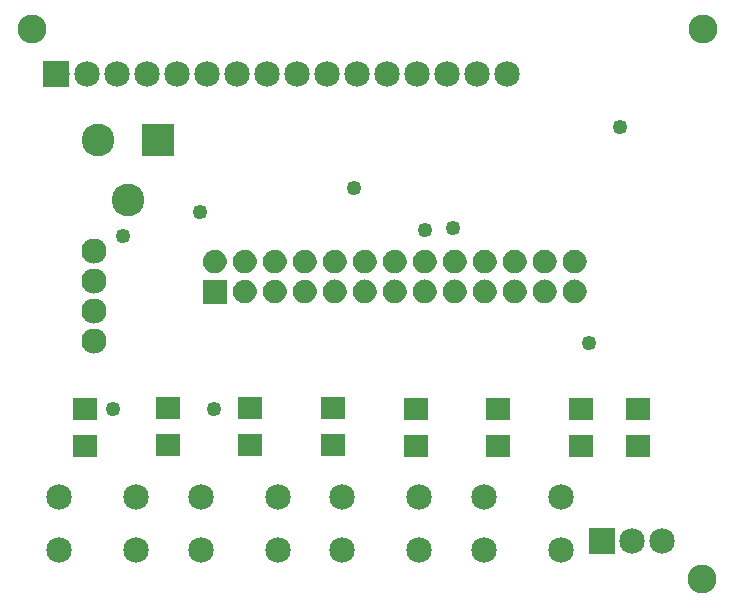
<source format=gbs>
G04 MADE WITH FRITZING*
G04 WWW.FRITZING.ORG*
G04 DOUBLE SIDED*
G04 HOLES PLATED*
G04 CONTOUR ON CENTER OF CONTOUR VECTOR*
%ASAXBY*%
%FSLAX23Y23*%
%MOIN*%
%OFA0B0*%
%SFA1.0B1.0*%
%ADD10C,0.096614*%
%ADD11C,0.085000*%
%ADD12C,0.109000*%
%ADD13C,0.083889*%
%ADD14C,0.049370*%
%ADD15R,0.085000X0.085000*%
%ADD16R,0.109000X0.109000*%
%ADD17R,0.084803X0.072992*%
%ADD18R,0.080000X0.080000*%
%ADD19R,0.001000X0.001000*%
%LNMASK0*%
G90*
G70*
G54D10*
X2302Y1890D03*
G54D11*
X148Y1741D03*
X248Y1741D03*
X348Y1741D03*
X448Y1741D03*
X548Y1741D03*
X648Y1741D03*
X748Y1741D03*
X848Y1741D03*
X948Y1741D03*
X1048Y1741D03*
X1148Y1741D03*
X1248Y1741D03*
X1348Y1741D03*
X1448Y1741D03*
X1548Y1741D03*
X1648Y1741D03*
G54D12*
X287Y1520D03*
X487Y1520D03*
X387Y1320D03*
G54D11*
X156Y331D03*
X412Y331D03*
X156Y154D03*
X412Y154D03*
X629Y331D03*
X885Y331D03*
X629Y154D03*
X885Y154D03*
X2167Y182D03*
X2067Y182D03*
X1967Y182D03*
X1101Y331D03*
X1357Y331D03*
X1101Y154D03*
X1357Y154D03*
X1574Y331D03*
X1830Y331D03*
X1574Y154D03*
X1830Y154D03*
G54D13*
X273Y851D03*
X273Y951D03*
X273Y1051D03*
X273Y1151D03*
G54D14*
X337Y623D03*
X672Y623D03*
X1924Y843D03*
X625Y1280D03*
X1377Y1221D03*
G54D10*
X66Y1890D03*
X2298Y56D03*
G54D14*
X1471Y1225D03*
X2026Y1564D03*
X1138Y1358D03*
X371Y1201D03*
G54D15*
X147Y1741D03*
G54D16*
X487Y1520D03*
G54D17*
X518Y504D03*
X518Y626D03*
X1621Y500D03*
X1621Y622D03*
X2085Y501D03*
X2085Y623D03*
X1345Y622D03*
X1345Y500D03*
X243Y622D03*
X243Y500D03*
X1896Y622D03*
X1896Y500D03*
X794Y504D03*
X794Y626D03*
X1069Y504D03*
X1069Y626D03*
G54D15*
X1967Y182D03*
G54D18*
X676Y1013D03*
G54D19*
X668Y1153D02*
X682Y1153D01*
X768Y1153D02*
X782Y1153D01*
X868Y1153D02*
X882Y1153D01*
X968Y1153D02*
X982Y1153D01*
X1067Y1153D02*
X1082Y1153D01*
X1167Y1153D02*
X1182Y1153D01*
X1267Y1153D02*
X1282Y1153D01*
X1367Y1153D02*
X1382Y1153D01*
X1467Y1153D02*
X1482Y1153D01*
X1567Y1153D02*
X1582Y1153D01*
X1667Y1153D02*
X1682Y1153D01*
X1767Y1153D02*
X1782Y1153D01*
X1867Y1153D02*
X1882Y1153D01*
X664Y1152D02*
X685Y1152D01*
X764Y1152D02*
X785Y1152D01*
X864Y1152D02*
X885Y1152D01*
X964Y1152D02*
X985Y1152D01*
X1064Y1152D02*
X1085Y1152D01*
X1164Y1152D02*
X1185Y1152D01*
X1264Y1152D02*
X1285Y1152D01*
X1364Y1152D02*
X1385Y1152D01*
X1464Y1152D02*
X1485Y1152D01*
X1564Y1152D02*
X1585Y1152D01*
X1664Y1152D02*
X1685Y1152D01*
X1764Y1152D02*
X1785Y1152D01*
X1864Y1152D02*
X1885Y1152D01*
X662Y1151D02*
X688Y1151D01*
X762Y1151D02*
X788Y1151D01*
X862Y1151D02*
X888Y1151D01*
X962Y1151D02*
X988Y1151D01*
X1062Y1151D02*
X1088Y1151D01*
X1162Y1151D02*
X1188Y1151D01*
X1262Y1151D02*
X1288Y1151D01*
X1362Y1151D02*
X1388Y1151D01*
X1461Y1151D02*
X1488Y1151D01*
X1561Y1151D02*
X1588Y1151D01*
X1661Y1151D02*
X1688Y1151D01*
X1761Y1151D02*
X1788Y1151D01*
X1861Y1151D02*
X1888Y1151D01*
X660Y1150D02*
X690Y1150D01*
X760Y1150D02*
X790Y1150D01*
X860Y1150D02*
X890Y1150D01*
X959Y1150D02*
X990Y1150D01*
X1059Y1150D02*
X1090Y1150D01*
X1159Y1150D02*
X1190Y1150D01*
X1259Y1150D02*
X1290Y1150D01*
X1359Y1150D02*
X1390Y1150D01*
X1459Y1150D02*
X1490Y1150D01*
X1559Y1150D02*
X1590Y1150D01*
X1659Y1150D02*
X1690Y1150D01*
X1759Y1150D02*
X1790Y1150D01*
X1859Y1150D02*
X1890Y1150D01*
X658Y1149D02*
X692Y1149D01*
X758Y1149D02*
X792Y1149D01*
X858Y1149D02*
X892Y1149D01*
X958Y1149D02*
X992Y1149D01*
X1058Y1149D02*
X1092Y1149D01*
X1158Y1149D02*
X1192Y1149D01*
X1258Y1149D02*
X1292Y1149D01*
X1357Y1149D02*
X1392Y1149D01*
X1457Y1149D02*
X1492Y1149D01*
X1557Y1149D02*
X1592Y1149D01*
X1657Y1149D02*
X1692Y1149D01*
X1757Y1149D02*
X1792Y1149D01*
X1857Y1149D02*
X1892Y1149D01*
X656Y1148D02*
X694Y1148D01*
X756Y1148D02*
X794Y1148D01*
X856Y1148D02*
X894Y1148D01*
X956Y1148D02*
X994Y1148D01*
X1056Y1148D02*
X1094Y1148D01*
X1156Y1148D02*
X1194Y1148D01*
X1256Y1148D02*
X1294Y1148D01*
X1356Y1148D02*
X1394Y1148D01*
X1456Y1148D02*
X1494Y1148D01*
X1556Y1148D02*
X1593Y1148D01*
X1656Y1148D02*
X1693Y1148D01*
X1756Y1148D02*
X1793Y1148D01*
X1856Y1148D02*
X1893Y1148D01*
X655Y1147D02*
X695Y1147D01*
X754Y1147D02*
X795Y1147D01*
X854Y1147D02*
X895Y1147D01*
X954Y1147D02*
X995Y1147D01*
X1054Y1147D02*
X1095Y1147D01*
X1154Y1147D02*
X1195Y1147D01*
X1254Y1147D02*
X1295Y1147D01*
X1354Y1147D02*
X1395Y1147D01*
X1454Y1147D02*
X1495Y1147D01*
X1554Y1147D02*
X1595Y1147D01*
X1654Y1147D02*
X1695Y1147D01*
X1754Y1147D02*
X1795Y1147D01*
X1854Y1147D02*
X1895Y1147D01*
X653Y1146D02*
X697Y1146D01*
X753Y1146D02*
X797Y1146D01*
X853Y1146D02*
X897Y1146D01*
X953Y1146D02*
X997Y1146D01*
X1053Y1146D02*
X1097Y1146D01*
X1153Y1146D02*
X1197Y1146D01*
X1253Y1146D02*
X1296Y1146D01*
X1353Y1146D02*
X1396Y1146D01*
X1453Y1146D02*
X1496Y1146D01*
X1553Y1146D02*
X1596Y1146D01*
X1653Y1146D02*
X1696Y1146D01*
X1753Y1146D02*
X1796Y1146D01*
X1853Y1146D02*
X1896Y1146D01*
X652Y1145D02*
X698Y1145D01*
X752Y1145D02*
X798Y1145D01*
X852Y1145D02*
X898Y1145D01*
X952Y1145D02*
X998Y1145D01*
X1052Y1145D02*
X1098Y1145D01*
X1152Y1145D02*
X1198Y1145D01*
X1252Y1145D02*
X1298Y1145D01*
X1352Y1145D02*
X1398Y1145D01*
X1452Y1145D02*
X1498Y1145D01*
X1552Y1145D02*
X1598Y1145D01*
X1652Y1145D02*
X1698Y1145D01*
X1752Y1145D02*
X1798Y1145D01*
X1851Y1145D02*
X1898Y1145D01*
X651Y1144D02*
X699Y1144D01*
X751Y1144D02*
X799Y1144D01*
X851Y1144D02*
X899Y1144D01*
X951Y1144D02*
X999Y1144D01*
X1050Y1144D02*
X1099Y1144D01*
X1150Y1144D02*
X1199Y1144D01*
X1250Y1144D02*
X1299Y1144D01*
X1350Y1144D02*
X1399Y1144D01*
X1450Y1144D02*
X1499Y1144D01*
X1550Y1144D02*
X1599Y1144D01*
X1650Y1144D02*
X1699Y1144D01*
X1750Y1144D02*
X1799Y1144D01*
X1850Y1144D02*
X1899Y1144D01*
X649Y1143D02*
X700Y1143D01*
X749Y1143D02*
X800Y1143D01*
X849Y1143D02*
X900Y1143D01*
X949Y1143D02*
X1000Y1143D01*
X1049Y1143D02*
X1100Y1143D01*
X1149Y1143D02*
X1200Y1143D01*
X1249Y1143D02*
X1300Y1143D01*
X1349Y1143D02*
X1400Y1143D01*
X1449Y1143D02*
X1500Y1143D01*
X1549Y1143D02*
X1600Y1143D01*
X1649Y1143D02*
X1700Y1143D01*
X1749Y1143D02*
X1800Y1143D01*
X1849Y1143D02*
X1900Y1143D01*
X648Y1142D02*
X701Y1142D01*
X748Y1142D02*
X801Y1142D01*
X848Y1142D02*
X901Y1142D01*
X948Y1142D02*
X1001Y1142D01*
X1048Y1142D02*
X1101Y1142D01*
X1148Y1142D02*
X1201Y1142D01*
X1248Y1142D02*
X1301Y1142D01*
X1348Y1142D02*
X1401Y1142D01*
X1448Y1142D02*
X1501Y1142D01*
X1548Y1142D02*
X1601Y1142D01*
X1648Y1142D02*
X1701Y1142D01*
X1748Y1142D02*
X1801Y1142D01*
X1848Y1142D02*
X1901Y1142D01*
X647Y1141D02*
X702Y1141D01*
X747Y1141D02*
X802Y1141D01*
X847Y1141D02*
X902Y1141D01*
X947Y1141D02*
X1002Y1141D01*
X1047Y1141D02*
X1102Y1141D01*
X1147Y1141D02*
X1202Y1141D01*
X1247Y1141D02*
X1302Y1141D01*
X1347Y1141D02*
X1402Y1141D01*
X1447Y1141D02*
X1502Y1141D01*
X1547Y1141D02*
X1602Y1141D01*
X1647Y1141D02*
X1702Y1141D01*
X1747Y1141D02*
X1802Y1141D01*
X1847Y1141D02*
X1902Y1141D01*
X646Y1140D02*
X703Y1140D01*
X746Y1140D02*
X803Y1140D01*
X846Y1140D02*
X903Y1140D01*
X946Y1140D02*
X1003Y1140D01*
X1046Y1140D02*
X1103Y1140D01*
X1146Y1140D02*
X1203Y1140D01*
X1246Y1140D02*
X1303Y1140D01*
X1346Y1140D02*
X1403Y1140D01*
X1446Y1140D02*
X1503Y1140D01*
X1546Y1140D02*
X1603Y1140D01*
X1646Y1140D02*
X1703Y1140D01*
X1746Y1140D02*
X1803Y1140D01*
X1846Y1140D02*
X1903Y1140D01*
X646Y1139D02*
X704Y1139D01*
X746Y1139D02*
X804Y1139D01*
X846Y1139D02*
X904Y1139D01*
X945Y1139D02*
X1004Y1139D01*
X1045Y1139D02*
X1104Y1139D01*
X1145Y1139D02*
X1204Y1139D01*
X1245Y1139D02*
X1304Y1139D01*
X1345Y1139D02*
X1404Y1139D01*
X1445Y1139D02*
X1504Y1139D01*
X1545Y1139D02*
X1604Y1139D01*
X1645Y1139D02*
X1704Y1139D01*
X1745Y1139D02*
X1804Y1139D01*
X1845Y1139D02*
X1904Y1139D01*
X645Y1138D02*
X705Y1138D01*
X745Y1138D02*
X805Y1138D01*
X845Y1138D02*
X905Y1138D01*
X945Y1138D02*
X1005Y1138D01*
X1045Y1138D02*
X1105Y1138D01*
X1145Y1138D02*
X1205Y1138D01*
X1245Y1138D02*
X1305Y1138D01*
X1345Y1138D02*
X1405Y1138D01*
X1444Y1138D02*
X1505Y1138D01*
X1544Y1138D02*
X1605Y1138D01*
X1644Y1138D02*
X1705Y1138D01*
X1744Y1138D02*
X1805Y1138D01*
X1844Y1138D02*
X1905Y1138D01*
X644Y1137D02*
X706Y1137D01*
X744Y1137D02*
X806Y1137D01*
X844Y1137D02*
X906Y1137D01*
X944Y1137D02*
X1006Y1137D01*
X1044Y1137D02*
X1106Y1137D01*
X1144Y1137D02*
X1206Y1137D01*
X1244Y1137D02*
X1306Y1137D01*
X1344Y1137D02*
X1406Y1137D01*
X1444Y1137D02*
X1506Y1137D01*
X1544Y1137D02*
X1606Y1137D01*
X1644Y1137D02*
X1706Y1137D01*
X1744Y1137D02*
X1806Y1137D01*
X1844Y1137D02*
X1906Y1137D01*
X643Y1136D02*
X707Y1136D01*
X743Y1136D02*
X807Y1136D01*
X843Y1136D02*
X907Y1136D01*
X943Y1136D02*
X1006Y1136D01*
X1043Y1136D02*
X1106Y1136D01*
X1143Y1136D02*
X1206Y1136D01*
X1243Y1136D02*
X1306Y1136D01*
X1343Y1136D02*
X1406Y1136D01*
X1443Y1136D02*
X1506Y1136D01*
X1543Y1136D02*
X1606Y1136D01*
X1643Y1136D02*
X1706Y1136D01*
X1743Y1136D02*
X1806Y1136D01*
X1843Y1136D02*
X1906Y1136D01*
X642Y1135D02*
X707Y1135D01*
X742Y1135D02*
X807Y1135D01*
X842Y1135D02*
X907Y1135D01*
X942Y1135D02*
X1007Y1135D01*
X1042Y1135D02*
X1107Y1135D01*
X1142Y1135D02*
X1207Y1135D01*
X1242Y1135D02*
X1307Y1135D01*
X1342Y1135D02*
X1407Y1135D01*
X1442Y1135D02*
X1507Y1135D01*
X1542Y1135D02*
X1607Y1135D01*
X1642Y1135D02*
X1707Y1135D01*
X1742Y1135D02*
X1807Y1135D01*
X1842Y1135D02*
X1907Y1135D01*
X642Y1134D02*
X708Y1134D01*
X742Y1134D02*
X808Y1134D01*
X842Y1134D02*
X908Y1134D01*
X942Y1134D02*
X1008Y1134D01*
X1042Y1134D02*
X1108Y1134D01*
X1142Y1134D02*
X1208Y1134D01*
X1242Y1134D02*
X1308Y1134D01*
X1342Y1134D02*
X1408Y1134D01*
X1442Y1134D02*
X1508Y1134D01*
X1542Y1134D02*
X1608Y1134D01*
X1642Y1134D02*
X1708Y1134D01*
X1741Y1134D02*
X1808Y1134D01*
X1841Y1134D02*
X1908Y1134D01*
X641Y1133D02*
X709Y1133D01*
X741Y1133D02*
X809Y1133D01*
X841Y1133D02*
X909Y1133D01*
X941Y1133D02*
X1009Y1133D01*
X1041Y1133D02*
X1108Y1133D01*
X1141Y1133D02*
X1208Y1133D01*
X1241Y1133D02*
X1308Y1133D01*
X1341Y1133D02*
X1408Y1133D01*
X1441Y1133D02*
X1508Y1133D01*
X1541Y1133D02*
X1608Y1133D01*
X1641Y1133D02*
X1708Y1133D01*
X1741Y1133D02*
X1808Y1133D01*
X1841Y1133D02*
X1908Y1133D01*
X641Y1132D02*
X709Y1132D01*
X741Y1132D02*
X809Y1132D01*
X841Y1132D02*
X909Y1132D01*
X940Y1132D02*
X1009Y1132D01*
X1040Y1132D02*
X1109Y1132D01*
X1140Y1132D02*
X1209Y1132D01*
X1240Y1132D02*
X1309Y1132D01*
X1340Y1132D02*
X1409Y1132D01*
X1440Y1132D02*
X1509Y1132D01*
X1540Y1132D02*
X1609Y1132D01*
X1640Y1132D02*
X1709Y1132D01*
X1740Y1132D02*
X1809Y1132D01*
X1840Y1132D02*
X1909Y1132D01*
X640Y1131D02*
X710Y1131D01*
X740Y1131D02*
X810Y1131D01*
X840Y1131D02*
X910Y1131D01*
X940Y1131D02*
X1010Y1131D01*
X1040Y1131D02*
X1110Y1131D01*
X1140Y1131D02*
X1210Y1131D01*
X1240Y1131D02*
X1310Y1131D01*
X1340Y1131D02*
X1410Y1131D01*
X1440Y1131D02*
X1510Y1131D01*
X1540Y1131D02*
X1610Y1131D01*
X1640Y1131D02*
X1709Y1131D01*
X1740Y1131D02*
X1809Y1131D01*
X1840Y1131D02*
X1909Y1131D01*
X639Y1130D02*
X710Y1130D01*
X739Y1130D02*
X810Y1130D01*
X839Y1130D02*
X910Y1130D01*
X939Y1130D02*
X1010Y1130D01*
X1039Y1130D02*
X1110Y1130D01*
X1139Y1130D02*
X1210Y1130D01*
X1239Y1130D02*
X1310Y1130D01*
X1339Y1130D02*
X1410Y1130D01*
X1439Y1130D02*
X1510Y1130D01*
X1539Y1130D02*
X1610Y1130D01*
X1639Y1130D02*
X1710Y1130D01*
X1739Y1130D02*
X1810Y1130D01*
X1839Y1130D02*
X1910Y1130D01*
X639Y1129D02*
X711Y1129D01*
X739Y1129D02*
X811Y1129D01*
X839Y1129D02*
X911Y1129D01*
X939Y1129D02*
X1011Y1129D01*
X1039Y1129D02*
X1111Y1129D01*
X1139Y1129D02*
X1211Y1129D01*
X1239Y1129D02*
X1311Y1129D01*
X1339Y1129D02*
X1411Y1129D01*
X1439Y1129D02*
X1511Y1129D01*
X1539Y1129D02*
X1611Y1129D01*
X1639Y1129D02*
X1711Y1129D01*
X1739Y1129D02*
X1810Y1129D01*
X1839Y1129D02*
X1910Y1129D01*
X639Y1128D02*
X711Y1128D01*
X738Y1128D02*
X811Y1128D01*
X838Y1128D02*
X911Y1128D01*
X938Y1128D02*
X1011Y1128D01*
X1038Y1128D02*
X1111Y1128D01*
X1138Y1128D02*
X1211Y1128D01*
X1238Y1128D02*
X1311Y1128D01*
X1338Y1128D02*
X1411Y1128D01*
X1438Y1128D02*
X1511Y1128D01*
X1538Y1128D02*
X1611Y1128D01*
X1638Y1128D02*
X1711Y1128D01*
X1738Y1128D02*
X1811Y1128D01*
X1838Y1128D02*
X1911Y1128D01*
X638Y1127D02*
X712Y1127D01*
X738Y1127D02*
X812Y1127D01*
X838Y1127D02*
X912Y1127D01*
X938Y1127D02*
X1012Y1127D01*
X1038Y1127D02*
X1112Y1127D01*
X1138Y1127D02*
X1212Y1127D01*
X1238Y1127D02*
X1312Y1127D01*
X1338Y1127D02*
X1411Y1127D01*
X1438Y1127D02*
X1511Y1127D01*
X1538Y1127D02*
X1611Y1127D01*
X1638Y1127D02*
X1711Y1127D01*
X1738Y1127D02*
X1811Y1127D01*
X1838Y1127D02*
X1911Y1127D01*
X638Y1126D02*
X712Y1126D01*
X738Y1126D02*
X812Y1126D01*
X838Y1126D02*
X912Y1126D01*
X938Y1126D02*
X1012Y1126D01*
X1038Y1126D02*
X1112Y1126D01*
X1138Y1126D02*
X1212Y1126D01*
X1238Y1126D02*
X1312Y1126D01*
X1337Y1126D02*
X1412Y1126D01*
X1437Y1126D02*
X1512Y1126D01*
X1537Y1126D02*
X1612Y1126D01*
X1637Y1126D02*
X1712Y1126D01*
X1737Y1126D02*
X1812Y1126D01*
X1837Y1126D02*
X1912Y1126D01*
X637Y1125D02*
X712Y1125D01*
X737Y1125D02*
X812Y1125D01*
X837Y1125D02*
X912Y1125D01*
X937Y1125D02*
X1012Y1125D01*
X1037Y1125D02*
X1112Y1125D01*
X1137Y1125D02*
X1212Y1125D01*
X1237Y1125D02*
X1312Y1125D01*
X1337Y1125D02*
X1412Y1125D01*
X1437Y1125D02*
X1512Y1125D01*
X1537Y1125D02*
X1612Y1125D01*
X1637Y1125D02*
X1712Y1125D01*
X1737Y1125D02*
X1812Y1125D01*
X1837Y1125D02*
X1912Y1125D01*
X637Y1124D02*
X713Y1124D01*
X737Y1124D02*
X813Y1124D01*
X837Y1124D02*
X913Y1124D01*
X937Y1124D02*
X1013Y1124D01*
X1037Y1124D02*
X1113Y1124D01*
X1137Y1124D02*
X1213Y1124D01*
X1237Y1124D02*
X1313Y1124D01*
X1337Y1124D02*
X1413Y1124D01*
X1437Y1124D02*
X1513Y1124D01*
X1537Y1124D02*
X1613Y1124D01*
X1637Y1124D02*
X1713Y1124D01*
X1737Y1124D02*
X1812Y1124D01*
X1837Y1124D02*
X1912Y1124D01*
X637Y1123D02*
X713Y1123D01*
X737Y1123D02*
X813Y1123D01*
X837Y1123D02*
X913Y1123D01*
X937Y1123D02*
X1013Y1123D01*
X1037Y1123D02*
X1113Y1123D01*
X1137Y1123D02*
X1213Y1123D01*
X1237Y1123D02*
X1313Y1123D01*
X1336Y1123D02*
X1413Y1123D01*
X1436Y1123D02*
X1513Y1123D01*
X1536Y1123D02*
X1613Y1123D01*
X1636Y1123D02*
X1713Y1123D01*
X1736Y1123D02*
X1813Y1123D01*
X1836Y1123D02*
X1913Y1123D01*
X636Y1122D02*
X713Y1122D01*
X736Y1122D02*
X813Y1122D01*
X836Y1122D02*
X913Y1122D01*
X936Y1122D02*
X1013Y1122D01*
X1036Y1122D02*
X1113Y1122D01*
X1136Y1122D02*
X1213Y1122D01*
X1236Y1122D02*
X1313Y1122D01*
X1336Y1122D02*
X1413Y1122D01*
X1436Y1122D02*
X1513Y1122D01*
X1536Y1122D02*
X1613Y1122D01*
X1636Y1122D02*
X1713Y1122D01*
X1736Y1122D02*
X1813Y1122D01*
X1836Y1122D02*
X1913Y1122D01*
X636Y1121D02*
X714Y1121D01*
X736Y1121D02*
X814Y1121D01*
X836Y1121D02*
X914Y1121D01*
X936Y1121D02*
X1013Y1121D01*
X1036Y1121D02*
X1113Y1121D01*
X1136Y1121D02*
X1213Y1121D01*
X1236Y1121D02*
X1313Y1121D01*
X1336Y1121D02*
X1413Y1121D01*
X1436Y1121D02*
X1513Y1121D01*
X1536Y1121D02*
X1613Y1121D01*
X1636Y1121D02*
X1713Y1121D01*
X1736Y1121D02*
X1813Y1121D01*
X1836Y1121D02*
X1913Y1121D01*
X636Y1120D02*
X714Y1120D01*
X736Y1120D02*
X814Y1120D01*
X836Y1120D02*
X914Y1120D01*
X936Y1120D02*
X1014Y1120D01*
X1036Y1120D02*
X1114Y1120D01*
X1136Y1120D02*
X1214Y1120D01*
X1236Y1120D02*
X1314Y1120D01*
X1336Y1120D02*
X1414Y1120D01*
X1436Y1120D02*
X1514Y1120D01*
X1536Y1120D02*
X1614Y1120D01*
X1636Y1120D02*
X1714Y1120D01*
X1736Y1120D02*
X1813Y1120D01*
X1836Y1120D02*
X1913Y1120D01*
X636Y1119D02*
X714Y1119D01*
X736Y1119D02*
X814Y1119D01*
X836Y1119D02*
X914Y1119D01*
X936Y1119D02*
X1014Y1119D01*
X1036Y1119D02*
X1114Y1119D01*
X1136Y1119D02*
X1214Y1119D01*
X1236Y1119D02*
X1314Y1119D01*
X1336Y1119D02*
X1414Y1119D01*
X1436Y1119D02*
X1514Y1119D01*
X1536Y1119D02*
X1614Y1119D01*
X1636Y1119D02*
X1714Y1119D01*
X1735Y1119D02*
X1814Y1119D01*
X1835Y1119D02*
X1914Y1119D01*
X636Y1118D02*
X714Y1118D01*
X736Y1118D02*
X814Y1118D01*
X836Y1118D02*
X914Y1118D01*
X936Y1118D02*
X1014Y1118D01*
X1036Y1118D02*
X1114Y1118D01*
X1136Y1118D02*
X1214Y1118D01*
X1235Y1118D02*
X1314Y1118D01*
X1335Y1118D02*
X1414Y1118D01*
X1435Y1118D02*
X1514Y1118D01*
X1535Y1118D02*
X1614Y1118D01*
X1635Y1118D02*
X1714Y1118D01*
X1735Y1118D02*
X1814Y1118D01*
X1835Y1118D02*
X1914Y1118D01*
X636Y1117D02*
X714Y1117D01*
X736Y1117D02*
X814Y1117D01*
X835Y1117D02*
X914Y1117D01*
X935Y1117D02*
X1014Y1117D01*
X1035Y1117D02*
X1114Y1117D01*
X1135Y1117D02*
X1214Y1117D01*
X1235Y1117D02*
X1314Y1117D01*
X1335Y1117D02*
X1414Y1117D01*
X1435Y1117D02*
X1514Y1117D01*
X1535Y1117D02*
X1614Y1117D01*
X1635Y1117D02*
X1714Y1117D01*
X1735Y1117D02*
X1814Y1117D01*
X1835Y1117D02*
X1914Y1117D01*
X635Y1116D02*
X714Y1116D01*
X735Y1116D02*
X814Y1116D01*
X835Y1116D02*
X914Y1116D01*
X935Y1116D02*
X1014Y1116D01*
X1035Y1116D02*
X1114Y1116D01*
X1135Y1116D02*
X1214Y1116D01*
X1235Y1116D02*
X1314Y1116D01*
X1335Y1116D02*
X1414Y1116D01*
X1435Y1116D02*
X1514Y1116D01*
X1535Y1116D02*
X1614Y1116D01*
X1635Y1116D02*
X1714Y1116D01*
X1735Y1116D02*
X1814Y1116D01*
X1835Y1116D02*
X1914Y1116D01*
X635Y1115D02*
X714Y1115D01*
X735Y1115D02*
X814Y1115D01*
X835Y1115D02*
X914Y1115D01*
X935Y1115D02*
X1014Y1115D01*
X1035Y1115D02*
X1114Y1115D01*
X1135Y1115D02*
X1214Y1115D01*
X1235Y1115D02*
X1314Y1115D01*
X1335Y1115D02*
X1414Y1115D01*
X1435Y1115D02*
X1514Y1115D01*
X1535Y1115D02*
X1614Y1115D01*
X1635Y1115D02*
X1714Y1115D01*
X1735Y1115D02*
X1814Y1115D01*
X1835Y1115D02*
X1914Y1115D01*
X635Y1114D02*
X714Y1114D01*
X735Y1114D02*
X814Y1114D01*
X835Y1114D02*
X914Y1114D01*
X935Y1114D02*
X1014Y1114D01*
X1035Y1114D02*
X1114Y1114D01*
X1135Y1114D02*
X1214Y1114D01*
X1235Y1114D02*
X1314Y1114D01*
X1335Y1114D02*
X1414Y1114D01*
X1435Y1114D02*
X1514Y1114D01*
X1535Y1114D02*
X1614Y1114D01*
X1635Y1114D02*
X1714Y1114D01*
X1735Y1114D02*
X1814Y1114D01*
X1835Y1114D02*
X1914Y1114D01*
X635Y1113D02*
X714Y1113D01*
X735Y1113D02*
X814Y1113D01*
X835Y1113D02*
X914Y1113D01*
X935Y1113D02*
X1014Y1113D01*
X1035Y1113D02*
X1114Y1113D01*
X1135Y1113D02*
X1214Y1113D01*
X1235Y1113D02*
X1314Y1113D01*
X1335Y1113D02*
X1414Y1113D01*
X1435Y1113D02*
X1514Y1113D01*
X1535Y1113D02*
X1614Y1113D01*
X1635Y1113D02*
X1714Y1113D01*
X1735Y1113D02*
X1814Y1113D01*
X1835Y1113D02*
X1914Y1113D01*
X635Y1112D02*
X714Y1112D01*
X735Y1112D02*
X814Y1112D01*
X835Y1112D02*
X914Y1112D01*
X935Y1112D02*
X1014Y1112D01*
X1035Y1112D02*
X1114Y1112D01*
X1135Y1112D02*
X1214Y1112D01*
X1235Y1112D02*
X1314Y1112D01*
X1335Y1112D02*
X1414Y1112D01*
X1435Y1112D02*
X1514Y1112D01*
X1535Y1112D02*
X1614Y1112D01*
X1635Y1112D02*
X1714Y1112D01*
X1735Y1112D02*
X1814Y1112D01*
X1835Y1112D02*
X1914Y1112D01*
X636Y1111D02*
X714Y1111D01*
X736Y1111D02*
X814Y1111D01*
X835Y1111D02*
X914Y1111D01*
X935Y1111D02*
X1014Y1111D01*
X1035Y1111D02*
X1114Y1111D01*
X1135Y1111D02*
X1214Y1111D01*
X1235Y1111D02*
X1314Y1111D01*
X1335Y1111D02*
X1414Y1111D01*
X1435Y1111D02*
X1514Y1111D01*
X1535Y1111D02*
X1614Y1111D01*
X1635Y1111D02*
X1714Y1111D01*
X1735Y1111D02*
X1814Y1111D01*
X1835Y1111D02*
X1914Y1111D01*
X636Y1110D02*
X714Y1110D01*
X736Y1110D02*
X814Y1110D01*
X836Y1110D02*
X914Y1110D01*
X936Y1110D02*
X1014Y1110D01*
X1036Y1110D02*
X1114Y1110D01*
X1136Y1110D02*
X1214Y1110D01*
X1235Y1110D02*
X1314Y1110D01*
X1335Y1110D02*
X1414Y1110D01*
X1435Y1110D02*
X1514Y1110D01*
X1535Y1110D02*
X1614Y1110D01*
X1635Y1110D02*
X1714Y1110D01*
X1735Y1110D02*
X1814Y1110D01*
X1835Y1110D02*
X1914Y1110D01*
X636Y1109D02*
X714Y1109D01*
X736Y1109D02*
X814Y1109D01*
X836Y1109D02*
X914Y1109D01*
X936Y1109D02*
X1014Y1109D01*
X1036Y1109D02*
X1114Y1109D01*
X1136Y1109D02*
X1214Y1109D01*
X1236Y1109D02*
X1314Y1109D01*
X1336Y1109D02*
X1414Y1109D01*
X1436Y1109D02*
X1514Y1109D01*
X1536Y1109D02*
X1614Y1109D01*
X1636Y1109D02*
X1714Y1109D01*
X1735Y1109D02*
X1814Y1109D01*
X1835Y1109D02*
X1914Y1109D01*
X636Y1108D02*
X714Y1108D01*
X736Y1108D02*
X814Y1108D01*
X836Y1108D02*
X914Y1108D01*
X936Y1108D02*
X1014Y1108D01*
X1036Y1108D02*
X1114Y1108D01*
X1136Y1108D02*
X1214Y1108D01*
X1236Y1108D02*
X1314Y1108D01*
X1336Y1108D02*
X1414Y1108D01*
X1436Y1108D02*
X1514Y1108D01*
X1536Y1108D02*
X1614Y1108D01*
X1636Y1108D02*
X1714Y1108D01*
X1736Y1108D02*
X1813Y1108D01*
X1836Y1108D02*
X1913Y1108D01*
X636Y1107D02*
X714Y1107D01*
X736Y1107D02*
X814Y1107D01*
X836Y1107D02*
X914Y1107D01*
X936Y1107D02*
X1014Y1107D01*
X1036Y1107D02*
X1113Y1107D01*
X1136Y1107D02*
X1213Y1107D01*
X1236Y1107D02*
X1313Y1107D01*
X1336Y1107D02*
X1413Y1107D01*
X1436Y1107D02*
X1513Y1107D01*
X1536Y1107D02*
X1613Y1107D01*
X1636Y1107D02*
X1713Y1107D01*
X1736Y1107D02*
X1813Y1107D01*
X1836Y1107D02*
X1913Y1107D01*
X636Y1106D02*
X713Y1106D01*
X736Y1106D02*
X813Y1106D01*
X836Y1106D02*
X913Y1106D01*
X936Y1106D02*
X1013Y1106D01*
X1036Y1106D02*
X1113Y1106D01*
X1136Y1106D02*
X1213Y1106D01*
X1236Y1106D02*
X1313Y1106D01*
X1336Y1106D02*
X1413Y1106D01*
X1436Y1106D02*
X1513Y1106D01*
X1536Y1106D02*
X1613Y1106D01*
X1636Y1106D02*
X1713Y1106D01*
X1736Y1106D02*
X1813Y1106D01*
X1836Y1106D02*
X1913Y1106D01*
X637Y1105D02*
X713Y1105D01*
X737Y1105D02*
X813Y1105D01*
X837Y1105D02*
X913Y1105D01*
X937Y1105D02*
X1013Y1105D01*
X1037Y1105D02*
X1113Y1105D01*
X1137Y1105D02*
X1213Y1105D01*
X1237Y1105D02*
X1313Y1105D01*
X1336Y1105D02*
X1413Y1105D01*
X1436Y1105D02*
X1513Y1105D01*
X1536Y1105D02*
X1613Y1105D01*
X1636Y1105D02*
X1713Y1105D01*
X1736Y1105D02*
X1813Y1105D01*
X1836Y1105D02*
X1913Y1105D01*
X637Y1104D02*
X713Y1104D01*
X737Y1104D02*
X813Y1104D01*
X837Y1104D02*
X913Y1104D01*
X937Y1104D02*
X1013Y1104D01*
X1037Y1104D02*
X1113Y1104D01*
X1137Y1104D02*
X1213Y1104D01*
X1237Y1104D02*
X1313Y1104D01*
X1337Y1104D02*
X1413Y1104D01*
X1437Y1104D02*
X1513Y1104D01*
X1537Y1104D02*
X1613Y1104D01*
X1637Y1104D02*
X1713Y1104D01*
X1737Y1104D02*
X1812Y1104D01*
X1837Y1104D02*
X1912Y1104D01*
X637Y1103D02*
X712Y1103D01*
X737Y1103D02*
X812Y1103D01*
X837Y1103D02*
X912Y1103D01*
X937Y1103D02*
X1012Y1103D01*
X1037Y1103D02*
X1112Y1103D01*
X1137Y1103D02*
X1212Y1103D01*
X1237Y1103D02*
X1312Y1103D01*
X1337Y1103D02*
X1412Y1103D01*
X1437Y1103D02*
X1512Y1103D01*
X1537Y1103D02*
X1612Y1103D01*
X1637Y1103D02*
X1712Y1103D01*
X1737Y1103D02*
X1812Y1103D01*
X1837Y1103D02*
X1912Y1103D01*
X638Y1102D02*
X712Y1102D01*
X738Y1102D02*
X812Y1102D01*
X838Y1102D02*
X912Y1102D01*
X938Y1102D02*
X1012Y1102D01*
X1038Y1102D02*
X1112Y1102D01*
X1138Y1102D02*
X1212Y1102D01*
X1238Y1102D02*
X1312Y1102D01*
X1337Y1102D02*
X1412Y1102D01*
X1437Y1102D02*
X1512Y1102D01*
X1537Y1102D02*
X1612Y1102D01*
X1637Y1102D02*
X1712Y1102D01*
X1737Y1102D02*
X1812Y1102D01*
X1837Y1102D02*
X1912Y1102D01*
X638Y1101D02*
X712Y1101D01*
X738Y1101D02*
X812Y1101D01*
X838Y1101D02*
X912Y1101D01*
X938Y1101D02*
X1012Y1101D01*
X1038Y1101D02*
X1112Y1101D01*
X1138Y1101D02*
X1212Y1101D01*
X1238Y1101D02*
X1312Y1101D01*
X1338Y1101D02*
X1411Y1101D01*
X1438Y1101D02*
X1511Y1101D01*
X1538Y1101D02*
X1611Y1101D01*
X1638Y1101D02*
X1711Y1101D01*
X1738Y1101D02*
X1811Y1101D01*
X1838Y1101D02*
X1911Y1101D01*
X639Y1100D02*
X711Y1100D01*
X738Y1100D02*
X811Y1100D01*
X838Y1100D02*
X911Y1100D01*
X938Y1100D02*
X1011Y1100D01*
X1038Y1100D02*
X1111Y1100D01*
X1138Y1100D02*
X1211Y1100D01*
X1238Y1100D02*
X1311Y1100D01*
X1338Y1100D02*
X1411Y1100D01*
X1438Y1100D02*
X1511Y1100D01*
X1538Y1100D02*
X1611Y1100D01*
X1638Y1100D02*
X1711Y1100D01*
X1738Y1100D02*
X1811Y1100D01*
X1838Y1100D02*
X1911Y1100D01*
X639Y1099D02*
X711Y1099D01*
X739Y1099D02*
X811Y1099D01*
X839Y1099D02*
X911Y1099D01*
X939Y1099D02*
X1011Y1099D01*
X1039Y1099D02*
X1111Y1099D01*
X1139Y1099D02*
X1211Y1099D01*
X1239Y1099D02*
X1311Y1099D01*
X1339Y1099D02*
X1411Y1099D01*
X1439Y1099D02*
X1511Y1099D01*
X1539Y1099D02*
X1611Y1099D01*
X1639Y1099D02*
X1711Y1099D01*
X1739Y1099D02*
X1810Y1099D01*
X1839Y1099D02*
X1910Y1099D01*
X639Y1098D02*
X710Y1098D01*
X739Y1098D02*
X810Y1098D01*
X839Y1098D02*
X910Y1098D01*
X939Y1098D02*
X1010Y1098D01*
X1039Y1098D02*
X1110Y1098D01*
X1139Y1098D02*
X1210Y1098D01*
X1239Y1098D02*
X1310Y1098D01*
X1339Y1098D02*
X1410Y1098D01*
X1439Y1098D02*
X1510Y1098D01*
X1539Y1098D02*
X1610Y1098D01*
X1639Y1098D02*
X1710Y1098D01*
X1739Y1098D02*
X1810Y1098D01*
X1839Y1098D02*
X1910Y1098D01*
X640Y1097D02*
X710Y1097D01*
X740Y1097D02*
X810Y1097D01*
X840Y1097D02*
X910Y1097D01*
X940Y1097D02*
X1010Y1097D01*
X1040Y1097D02*
X1110Y1097D01*
X1140Y1097D02*
X1210Y1097D01*
X1240Y1097D02*
X1310Y1097D01*
X1340Y1097D02*
X1410Y1097D01*
X1440Y1097D02*
X1510Y1097D01*
X1540Y1097D02*
X1610Y1097D01*
X1640Y1097D02*
X1710Y1097D01*
X1740Y1097D02*
X1809Y1097D01*
X1840Y1097D02*
X1909Y1097D01*
X641Y1096D02*
X709Y1096D01*
X741Y1096D02*
X809Y1096D01*
X840Y1096D02*
X909Y1096D01*
X940Y1096D02*
X1009Y1096D01*
X1040Y1096D02*
X1109Y1096D01*
X1140Y1096D02*
X1209Y1096D01*
X1240Y1096D02*
X1309Y1096D01*
X1340Y1096D02*
X1409Y1096D01*
X1440Y1096D02*
X1509Y1096D01*
X1540Y1096D02*
X1609Y1096D01*
X1640Y1096D02*
X1709Y1096D01*
X1740Y1096D02*
X1809Y1096D01*
X1840Y1096D02*
X1909Y1096D01*
X641Y1095D02*
X709Y1095D01*
X741Y1095D02*
X809Y1095D01*
X841Y1095D02*
X909Y1095D01*
X941Y1095D02*
X1009Y1095D01*
X1041Y1095D02*
X1109Y1095D01*
X1141Y1095D02*
X1208Y1095D01*
X1241Y1095D02*
X1308Y1095D01*
X1341Y1095D02*
X1408Y1095D01*
X1441Y1095D02*
X1508Y1095D01*
X1541Y1095D02*
X1608Y1095D01*
X1641Y1095D02*
X1708Y1095D01*
X1741Y1095D02*
X1808Y1095D01*
X1841Y1095D02*
X1908Y1095D01*
X642Y1094D02*
X708Y1094D01*
X742Y1094D02*
X808Y1094D01*
X842Y1094D02*
X908Y1094D01*
X942Y1094D02*
X1008Y1094D01*
X1042Y1094D02*
X1108Y1094D01*
X1142Y1094D02*
X1208Y1094D01*
X1242Y1094D02*
X1308Y1094D01*
X1342Y1094D02*
X1408Y1094D01*
X1442Y1094D02*
X1508Y1094D01*
X1542Y1094D02*
X1608Y1094D01*
X1641Y1094D02*
X1708Y1094D01*
X1741Y1094D02*
X1808Y1094D01*
X1841Y1094D02*
X1908Y1094D01*
X642Y1093D02*
X707Y1093D01*
X742Y1093D02*
X807Y1093D01*
X842Y1093D02*
X907Y1093D01*
X942Y1093D02*
X1007Y1093D01*
X1042Y1093D02*
X1107Y1093D01*
X1142Y1093D02*
X1207Y1093D01*
X1242Y1093D02*
X1307Y1093D01*
X1342Y1093D02*
X1407Y1093D01*
X1442Y1093D02*
X1507Y1093D01*
X1542Y1093D02*
X1607Y1093D01*
X1642Y1093D02*
X1707Y1093D01*
X1742Y1093D02*
X1807Y1093D01*
X1842Y1093D02*
X1907Y1093D01*
X643Y1092D02*
X707Y1092D01*
X743Y1092D02*
X807Y1092D01*
X843Y1092D02*
X907Y1092D01*
X943Y1092D02*
X1007Y1092D01*
X1043Y1092D02*
X1106Y1092D01*
X1143Y1092D02*
X1206Y1092D01*
X1243Y1092D02*
X1306Y1092D01*
X1343Y1092D02*
X1406Y1092D01*
X1443Y1092D02*
X1506Y1092D01*
X1543Y1092D02*
X1606Y1092D01*
X1643Y1092D02*
X1706Y1092D01*
X1743Y1092D02*
X1806Y1092D01*
X1843Y1092D02*
X1906Y1092D01*
X644Y1091D02*
X706Y1091D01*
X744Y1091D02*
X806Y1091D01*
X844Y1091D02*
X906Y1091D01*
X944Y1091D02*
X1006Y1091D01*
X1044Y1091D02*
X1106Y1091D01*
X1144Y1091D02*
X1206Y1091D01*
X1244Y1091D02*
X1306Y1091D01*
X1344Y1091D02*
X1406Y1091D01*
X1444Y1091D02*
X1506Y1091D01*
X1544Y1091D02*
X1606Y1091D01*
X1644Y1091D02*
X1706Y1091D01*
X1744Y1091D02*
X1806Y1091D01*
X1844Y1091D02*
X1906Y1091D01*
X645Y1090D02*
X705Y1090D01*
X745Y1090D02*
X805Y1090D01*
X845Y1090D02*
X905Y1090D01*
X945Y1090D02*
X1005Y1090D01*
X1045Y1090D02*
X1105Y1090D01*
X1145Y1090D02*
X1205Y1090D01*
X1245Y1090D02*
X1305Y1090D01*
X1345Y1090D02*
X1405Y1090D01*
X1444Y1090D02*
X1505Y1090D01*
X1544Y1090D02*
X1605Y1090D01*
X1644Y1090D02*
X1705Y1090D01*
X1744Y1090D02*
X1805Y1090D01*
X1844Y1090D02*
X1905Y1090D01*
X646Y1089D02*
X704Y1089D01*
X746Y1089D02*
X804Y1089D01*
X845Y1089D02*
X904Y1089D01*
X945Y1089D02*
X1004Y1089D01*
X1045Y1089D02*
X1104Y1089D01*
X1145Y1089D02*
X1204Y1089D01*
X1245Y1089D02*
X1304Y1089D01*
X1345Y1089D02*
X1404Y1089D01*
X1445Y1089D02*
X1504Y1089D01*
X1545Y1089D02*
X1604Y1089D01*
X1645Y1089D02*
X1704Y1089D01*
X1745Y1089D02*
X1804Y1089D01*
X1845Y1089D02*
X1904Y1089D01*
X646Y1088D02*
X703Y1088D01*
X746Y1088D02*
X803Y1088D01*
X846Y1088D02*
X903Y1088D01*
X946Y1088D02*
X1003Y1088D01*
X1046Y1088D02*
X1103Y1088D01*
X1146Y1088D02*
X1203Y1088D01*
X1246Y1088D02*
X1303Y1088D01*
X1346Y1088D02*
X1403Y1088D01*
X1446Y1088D02*
X1503Y1088D01*
X1546Y1088D02*
X1603Y1088D01*
X1646Y1088D02*
X1703Y1088D01*
X1746Y1088D02*
X1803Y1088D01*
X1846Y1088D02*
X1903Y1088D01*
X647Y1087D02*
X702Y1087D01*
X747Y1087D02*
X802Y1087D01*
X847Y1087D02*
X902Y1087D01*
X947Y1087D02*
X1002Y1087D01*
X1047Y1087D02*
X1102Y1087D01*
X1147Y1087D02*
X1202Y1087D01*
X1247Y1087D02*
X1302Y1087D01*
X1347Y1087D02*
X1402Y1087D01*
X1447Y1087D02*
X1502Y1087D01*
X1547Y1087D02*
X1602Y1087D01*
X1647Y1087D02*
X1702Y1087D01*
X1747Y1087D02*
X1802Y1087D01*
X1847Y1087D02*
X1902Y1087D01*
X648Y1086D02*
X701Y1086D01*
X748Y1086D02*
X801Y1086D01*
X848Y1086D02*
X901Y1086D01*
X948Y1086D02*
X1001Y1086D01*
X1048Y1086D02*
X1101Y1086D01*
X1148Y1086D02*
X1201Y1086D01*
X1248Y1086D02*
X1301Y1086D01*
X1348Y1086D02*
X1401Y1086D01*
X1448Y1086D02*
X1501Y1086D01*
X1548Y1086D02*
X1601Y1086D01*
X1648Y1086D02*
X1701Y1086D01*
X1748Y1086D02*
X1801Y1086D01*
X1848Y1086D02*
X1901Y1086D01*
X649Y1085D02*
X700Y1085D01*
X749Y1085D02*
X800Y1085D01*
X849Y1085D02*
X900Y1085D01*
X949Y1085D02*
X1000Y1085D01*
X1049Y1085D02*
X1100Y1085D01*
X1149Y1085D02*
X1200Y1085D01*
X1249Y1085D02*
X1300Y1085D01*
X1349Y1085D02*
X1400Y1085D01*
X1449Y1085D02*
X1500Y1085D01*
X1549Y1085D02*
X1600Y1085D01*
X1649Y1085D02*
X1700Y1085D01*
X1749Y1085D02*
X1800Y1085D01*
X1849Y1085D02*
X1900Y1085D01*
X651Y1084D02*
X699Y1084D01*
X751Y1084D02*
X799Y1084D01*
X851Y1084D02*
X899Y1084D01*
X950Y1084D02*
X999Y1084D01*
X1050Y1084D02*
X1099Y1084D01*
X1150Y1084D02*
X1199Y1084D01*
X1250Y1084D02*
X1299Y1084D01*
X1350Y1084D02*
X1399Y1084D01*
X1450Y1084D02*
X1499Y1084D01*
X1550Y1084D02*
X1599Y1084D01*
X1650Y1084D02*
X1699Y1084D01*
X1750Y1084D02*
X1799Y1084D01*
X1850Y1084D02*
X1899Y1084D01*
X652Y1083D02*
X698Y1083D01*
X752Y1083D02*
X798Y1083D01*
X852Y1083D02*
X898Y1083D01*
X952Y1083D02*
X998Y1083D01*
X1052Y1083D02*
X1098Y1083D01*
X1152Y1083D02*
X1198Y1083D01*
X1252Y1083D02*
X1298Y1083D01*
X1352Y1083D02*
X1398Y1083D01*
X1452Y1083D02*
X1498Y1083D01*
X1552Y1083D02*
X1598Y1083D01*
X1652Y1083D02*
X1698Y1083D01*
X1751Y1083D02*
X1798Y1083D01*
X1851Y1083D02*
X1898Y1083D01*
X653Y1082D02*
X697Y1082D01*
X753Y1082D02*
X797Y1082D01*
X853Y1082D02*
X897Y1082D01*
X953Y1082D02*
X997Y1082D01*
X1053Y1082D02*
X1097Y1082D01*
X1153Y1082D02*
X1197Y1082D01*
X1253Y1082D02*
X1296Y1082D01*
X1353Y1082D02*
X1396Y1082D01*
X1453Y1082D02*
X1496Y1082D01*
X1553Y1082D02*
X1596Y1082D01*
X1653Y1082D02*
X1696Y1082D01*
X1753Y1082D02*
X1796Y1082D01*
X1853Y1082D02*
X1896Y1082D01*
X654Y1081D02*
X695Y1081D01*
X754Y1081D02*
X795Y1081D01*
X854Y1081D02*
X895Y1081D01*
X954Y1081D02*
X995Y1081D01*
X1054Y1081D02*
X1095Y1081D01*
X1154Y1081D02*
X1195Y1081D01*
X1254Y1081D02*
X1295Y1081D01*
X1354Y1081D02*
X1395Y1081D01*
X1454Y1081D02*
X1495Y1081D01*
X1554Y1081D02*
X1595Y1081D01*
X1654Y1081D02*
X1695Y1081D01*
X1754Y1081D02*
X1795Y1081D01*
X1854Y1081D02*
X1895Y1081D01*
X656Y1080D02*
X694Y1080D01*
X756Y1080D02*
X794Y1080D01*
X856Y1080D02*
X894Y1080D01*
X956Y1080D02*
X994Y1080D01*
X1056Y1080D02*
X1094Y1080D01*
X1156Y1080D02*
X1194Y1080D01*
X1256Y1080D02*
X1294Y1080D01*
X1356Y1080D02*
X1394Y1080D01*
X1456Y1080D02*
X1494Y1080D01*
X1556Y1080D02*
X1594Y1080D01*
X1656Y1080D02*
X1693Y1080D01*
X1756Y1080D02*
X1793Y1080D01*
X1856Y1080D02*
X1893Y1080D01*
X658Y1079D02*
X692Y1079D01*
X758Y1079D02*
X792Y1079D01*
X858Y1079D02*
X892Y1079D01*
X958Y1079D02*
X992Y1079D01*
X1058Y1079D02*
X1092Y1079D01*
X1158Y1079D02*
X1192Y1079D01*
X1258Y1079D02*
X1292Y1079D01*
X1357Y1079D02*
X1392Y1079D01*
X1457Y1079D02*
X1492Y1079D01*
X1557Y1079D02*
X1592Y1079D01*
X1657Y1079D02*
X1692Y1079D01*
X1757Y1079D02*
X1792Y1079D01*
X1857Y1079D02*
X1892Y1079D01*
X660Y1078D02*
X690Y1078D01*
X760Y1078D02*
X790Y1078D01*
X859Y1078D02*
X890Y1078D01*
X959Y1078D02*
X990Y1078D01*
X1059Y1078D02*
X1090Y1078D01*
X1159Y1078D02*
X1190Y1078D01*
X1259Y1078D02*
X1290Y1078D01*
X1359Y1078D02*
X1390Y1078D01*
X1459Y1078D02*
X1490Y1078D01*
X1559Y1078D02*
X1590Y1078D01*
X1659Y1078D02*
X1690Y1078D01*
X1759Y1078D02*
X1790Y1078D01*
X1859Y1078D02*
X1890Y1078D01*
X662Y1077D02*
X688Y1077D01*
X762Y1077D02*
X788Y1077D01*
X862Y1077D02*
X888Y1077D01*
X962Y1077D02*
X988Y1077D01*
X1062Y1077D02*
X1088Y1077D01*
X1162Y1077D02*
X1188Y1077D01*
X1261Y1077D02*
X1288Y1077D01*
X1361Y1077D02*
X1388Y1077D01*
X1461Y1077D02*
X1488Y1077D01*
X1561Y1077D02*
X1588Y1077D01*
X1661Y1077D02*
X1688Y1077D01*
X1761Y1077D02*
X1788Y1077D01*
X1861Y1077D02*
X1888Y1077D01*
X664Y1076D02*
X686Y1076D01*
X764Y1076D02*
X786Y1076D01*
X864Y1076D02*
X885Y1076D01*
X964Y1076D02*
X985Y1076D01*
X1064Y1076D02*
X1085Y1076D01*
X1164Y1076D02*
X1185Y1076D01*
X1264Y1076D02*
X1285Y1076D01*
X1364Y1076D02*
X1385Y1076D01*
X1464Y1076D02*
X1485Y1076D01*
X1564Y1076D02*
X1585Y1076D01*
X1664Y1076D02*
X1685Y1076D01*
X1764Y1076D02*
X1785Y1076D01*
X1864Y1076D02*
X1885Y1076D01*
X668Y1075D02*
X682Y1075D01*
X767Y1075D02*
X782Y1075D01*
X867Y1075D02*
X882Y1075D01*
X967Y1075D02*
X982Y1075D01*
X1067Y1075D02*
X1082Y1075D01*
X1167Y1075D02*
X1182Y1075D01*
X1267Y1075D02*
X1282Y1075D01*
X1367Y1075D02*
X1382Y1075D01*
X1467Y1075D02*
X1482Y1075D01*
X1567Y1075D02*
X1582Y1075D01*
X1667Y1075D02*
X1682Y1075D01*
X1767Y1075D02*
X1782Y1075D01*
X1867Y1075D02*
X1882Y1075D01*
X675Y1054D02*
X675Y1054D01*
X775Y1054D02*
X775Y1054D01*
X875Y1054D02*
X875Y1054D01*
X975Y1054D02*
X975Y1054D01*
X1074Y1054D02*
X1075Y1054D01*
X1174Y1054D02*
X1175Y1054D01*
X1274Y1054D02*
X1275Y1054D01*
X1374Y1054D02*
X1375Y1054D01*
X1474Y1054D02*
X1475Y1054D01*
X1574Y1054D02*
X1575Y1054D01*
X1674Y1054D02*
X1675Y1054D01*
X1774Y1054D02*
X1775Y1054D01*
X1874Y1054D02*
X1875Y1054D01*
X667Y1053D02*
X682Y1053D01*
X767Y1053D02*
X782Y1053D01*
X867Y1053D02*
X882Y1053D01*
X967Y1053D02*
X982Y1053D01*
X1067Y1053D02*
X1082Y1053D01*
X1167Y1053D02*
X1182Y1053D01*
X1267Y1053D02*
X1282Y1053D01*
X1367Y1053D02*
X1382Y1053D01*
X1467Y1053D02*
X1482Y1053D01*
X1567Y1053D02*
X1582Y1053D01*
X1667Y1053D02*
X1682Y1053D01*
X1767Y1053D02*
X1782Y1053D01*
X1867Y1053D02*
X1882Y1053D01*
X664Y1052D02*
X686Y1052D01*
X764Y1052D02*
X786Y1052D01*
X864Y1052D02*
X886Y1052D01*
X964Y1052D02*
X986Y1052D01*
X1064Y1052D02*
X1086Y1052D01*
X1164Y1052D02*
X1186Y1052D01*
X1264Y1052D02*
X1285Y1052D01*
X1364Y1052D02*
X1385Y1052D01*
X1464Y1052D02*
X1485Y1052D01*
X1564Y1052D02*
X1585Y1052D01*
X1664Y1052D02*
X1685Y1052D01*
X1764Y1052D02*
X1785Y1052D01*
X1864Y1052D02*
X1885Y1052D01*
X662Y1051D02*
X688Y1051D01*
X762Y1051D02*
X788Y1051D01*
X862Y1051D02*
X888Y1051D01*
X962Y1051D02*
X988Y1051D01*
X1061Y1051D02*
X1088Y1051D01*
X1161Y1051D02*
X1188Y1051D01*
X1261Y1051D02*
X1288Y1051D01*
X1361Y1051D02*
X1388Y1051D01*
X1461Y1051D02*
X1488Y1051D01*
X1561Y1051D02*
X1588Y1051D01*
X1661Y1051D02*
X1688Y1051D01*
X1761Y1051D02*
X1788Y1051D01*
X1861Y1051D02*
X1888Y1051D01*
X659Y1050D02*
X690Y1050D01*
X759Y1050D02*
X790Y1050D01*
X859Y1050D02*
X890Y1050D01*
X959Y1050D02*
X990Y1050D01*
X1059Y1050D02*
X1090Y1050D01*
X1159Y1050D02*
X1190Y1050D01*
X1259Y1050D02*
X1290Y1050D01*
X1359Y1050D02*
X1390Y1050D01*
X1459Y1050D02*
X1490Y1050D01*
X1559Y1050D02*
X1590Y1050D01*
X1659Y1050D02*
X1690Y1050D01*
X1759Y1050D02*
X1790Y1050D01*
X1859Y1050D02*
X1890Y1050D01*
X658Y1049D02*
X692Y1049D01*
X758Y1049D02*
X792Y1049D01*
X858Y1049D02*
X892Y1049D01*
X958Y1049D02*
X992Y1049D01*
X1058Y1049D02*
X1092Y1049D01*
X1157Y1049D02*
X1192Y1049D01*
X1257Y1049D02*
X1292Y1049D01*
X1357Y1049D02*
X1392Y1049D01*
X1457Y1049D02*
X1492Y1049D01*
X1557Y1049D02*
X1592Y1049D01*
X1657Y1049D02*
X1692Y1049D01*
X1757Y1049D02*
X1792Y1049D01*
X1857Y1049D02*
X1892Y1049D01*
X656Y1048D02*
X694Y1048D01*
X756Y1048D02*
X794Y1048D01*
X856Y1048D02*
X894Y1048D01*
X956Y1048D02*
X994Y1048D01*
X1056Y1048D02*
X1094Y1048D01*
X1156Y1048D02*
X1194Y1048D01*
X1256Y1048D02*
X1294Y1048D01*
X1356Y1048D02*
X1394Y1048D01*
X1456Y1048D02*
X1494Y1048D01*
X1556Y1048D02*
X1594Y1048D01*
X1656Y1048D02*
X1694Y1048D01*
X1756Y1048D02*
X1794Y1048D01*
X1856Y1048D02*
X1893Y1048D01*
X654Y1047D02*
X695Y1047D01*
X754Y1047D02*
X795Y1047D01*
X854Y1047D02*
X895Y1047D01*
X954Y1047D02*
X995Y1047D01*
X1054Y1047D02*
X1095Y1047D01*
X1154Y1047D02*
X1195Y1047D01*
X1254Y1047D02*
X1295Y1047D01*
X1354Y1047D02*
X1395Y1047D01*
X1454Y1047D02*
X1495Y1047D01*
X1554Y1047D02*
X1595Y1047D01*
X1654Y1047D02*
X1695Y1047D01*
X1754Y1047D02*
X1795Y1047D01*
X1854Y1047D02*
X1895Y1047D01*
X653Y1046D02*
X697Y1046D01*
X753Y1046D02*
X797Y1046D01*
X853Y1046D02*
X897Y1046D01*
X953Y1046D02*
X997Y1046D01*
X1053Y1046D02*
X1097Y1046D01*
X1153Y1046D02*
X1197Y1046D01*
X1253Y1046D02*
X1297Y1046D01*
X1353Y1046D02*
X1397Y1046D01*
X1453Y1046D02*
X1496Y1046D01*
X1553Y1046D02*
X1596Y1046D01*
X1653Y1046D02*
X1696Y1046D01*
X1753Y1046D02*
X1796Y1046D01*
X1853Y1046D02*
X1896Y1046D01*
X652Y1045D02*
X698Y1045D01*
X752Y1045D02*
X798Y1045D01*
X852Y1045D02*
X898Y1045D01*
X952Y1045D02*
X998Y1045D01*
X1052Y1045D02*
X1098Y1045D01*
X1152Y1045D02*
X1198Y1045D01*
X1252Y1045D02*
X1298Y1045D01*
X1352Y1045D02*
X1398Y1045D01*
X1452Y1045D02*
X1498Y1045D01*
X1552Y1045D02*
X1598Y1045D01*
X1651Y1045D02*
X1698Y1045D01*
X1751Y1045D02*
X1798Y1045D01*
X1851Y1045D02*
X1898Y1045D01*
X651Y1044D02*
X699Y1044D01*
X751Y1044D02*
X799Y1044D01*
X850Y1044D02*
X899Y1044D01*
X950Y1044D02*
X999Y1044D01*
X1050Y1044D02*
X1099Y1044D01*
X1150Y1044D02*
X1199Y1044D01*
X1250Y1044D02*
X1299Y1044D01*
X1350Y1044D02*
X1399Y1044D01*
X1450Y1044D02*
X1499Y1044D01*
X1550Y1044D02*
X1599Y1044D01*
X1650Y1044D02*
X1699Y1044D01*
X1750Y1044D02*
X1799Y1044D01*
X1850Y1044D02*
X1899Y1044D01*
X649Y1043D02*
X700Y1043D01*
X749Y1043D02*
X800Y1043D01*
X849Y1043D02*
X900Y1043D01*
X949Y1043D02*
X1000Y1043D01*
X1049Y1043D02*
X1100Y1043D01*
X1149Y1043D02*
X1200Y1043D01*
X1249Y1043D02*
X1300Y1043D01*
X1349Y1043D02*
X1400Y1043D01*
X1449Y1043D02*
X1500Y1043D01*
X1549Y1043D02*
X1600Y1043D01*
X1649Y1043D02*
X1700Y1043D01*
X1749Y1043D02*
X1800Y1043D01*
X1849Y1043D02*
X1900Y1043D01*
X648Y1042D02*
X701Y1042D01*
X748Y1042D02*
X801Y1042D01*
X848Y1042D02*
X901Y1042D01*
X948Y1042D02*
X1001Y1042D01*
X1048Y1042D02*
X1101Y1042D01*
X1148Y1042D02*
X1201Y1042D01*
X1248Y1042D02*
X1301Y1042D01*
X1348Y1042D02*
X1401Y1042D01*
X1448Y1042D02*
X1501Y1042D01*
X1548Y1042D02*
X1601Y1042D01*
X1648Y1042D02*
X1701Y1042D01*
X1748Y1042D02*
X1801Y1042D01*
X1848Y1042D02*
X1901Y1042D01*
X647Y1041D02*
X702Y1041D01*
X747Y1041D02*
X802Y1041D01*
X847Y1041D02*
X902Y1041D01*
X947Y1041D02*
X1002Y1041D01*
X1047Y1041D02*
X1102Y1041D01*
X1147Y1041D02*
X1202Y1041D01*
X1247Y1041D02*
X1302Y1041D01*
X1347Y1041D02*
X1402Y1041D01*
X1447Y1041D02*
X1502Y1041D01*
X1547Y1041D02*
X1602Y1041D01*
X1647Y1041D02*
X1702Y1041D01*
X1747Y1041D02*
X1802Y1041D01*
X1847Y1041D02*
X1902Y1041D01*
X646Y1040D02*
X703Y1040D01*
X746Y1040D02*
X803Y1040D01*
X846Y1040D02*
X903Y1040D01*
X946Y1040D02*
X1003Y1040D01*
X1046Y1040D02*
X1103Y1040D01*
X1146Y1040D02*
X1203Y1040D01*
X1246Y1040D02*
X1303Y1040D01*
X1346Y1040D02*
X1403Y1040D01*
X1446Y1040D02*
X1503Y1040D01*
X1546Y1040D02*
X1603Y1040D01*
X1646Y1040D02*
X1703Y1040D01*
X1746Y1040D02*
X1803Y1040D01*
X1846Y1040D02*
X1903Y1040D01*
X646Y1039D02*
X704Y1039D01*
X746Y1039D02*
X804Y1039D01*
X845Y1039D02*
X904Y1039D01*
X945Y1039D02*
X1004Y1039D01*
X1045Y1039D02*
X1104Y1039D01*
X1145Y1039D02*
X1204Y1039D01*
X1245Y1039D02*
X1304Y1039D01*
X1345Y1039D02*
X1404Y1039D01*
X1445Y1039D02*
X1504Y1039D01*
X1545Y1039D02*
X1604Y1039D01*
X1645Y1039D02*
X1704Y1039D01*
X1745Y1039D02*
X1804Y1039D01*
X1845Y1039D02*
X1904Y1039D01*
X645Y1038D02*
X705Y1038D01*
X745Y1038D02*
X805Y1038D01*
X845Y1038D02*
X905Y1038D01*
X945Y1038D02*
X1005Y1038D01*
X1045Y1038D02*
X1105Y1038D01*
X1145Y1038D02*
X1205Y1038D01*
X1245Y1038D02*
X1305Y1038D01*
X1344Y1038D02*
X1405Y1038D01*
X1444Y1038D02*
X1505Y1038D01*
X1544Y1038D02*
X1605Y1038D01*
X1644Y1038D02*
X1705Y1038D01*
X1744Y1038D02*
X1805Y1038D01*
X1844Y1038D02*
X1905Y1038D01*
X644Y1037D02*
X706Y1037D01*
X744Y1037D02*
X806Y1037D01*
X844Y1037D02*
X906Y1037D01*
X944Y1037D02*
X1006Y1037D01*
X1044Y1037D02*
X1106Y1037D01*
X1144Y1037D02*
X1206Y1037D01*
X1244Y1037D02*
X1306Y1037D01*
X1344Y1037D02*
X1406Y1037D01*
X1444Y1037D02*
X1506Y1037D01*
X1544Y1037D02*
X1606Y1037D01*
X1644Y1037D02*
X1706Y1037D01*
X1744Y1037D02*
X1806Y1037D01*
X1844Y1037D02*
X1906Y1037D01*
X643Y1036D02*
X707Y1036D01*
X743Y1036D02*
X807Y1036D01*
X843Y1036D02*
X907Y1036D01*
X943Y1036D02*
X1007Y1036D01*
X1043Y1036D02*
X1107Y1036D01*
X1143Y1036D02*
X1206Y1036D01*
X1243Y1036D02*
X1306Y1036D01*
X1343Y1036D02*
X1406Y1036D01*
X1443Y1036D02*
X1506Y1036D01*
X1543Y1036D02*
X1606Y1036D01*
X1643Y1036D02*
X1706Y1036D01*
X1743Y1036D02*
X1806Y1036D01*
X1843Y1036D02*
X1906Y1036D01*
X642Y1035D02*
X707Y1035D01*
X742Y1035D02*
X807Y1035D01*
X842Y1035D02*
X907Y1035D01*
X942Y1035D02*
X1007Y1035D01*
X1042Y1035D02*
X1107Y1035D01*
X1142Y1035D02*
X1207Y1035D01*
X1242Y1035D02*
X1307Y1035D01*
X1342Y1035D02*
X1407Y1035D01*
X1442Y1035D02*
X1507Y1035D01*
X1542Y1035D02*
X1607Y1035D01*
X1642Y1035D02*
X1707Y1035D01*
X1742Y1035D02*
X1807Y1035D01*
X1842Y1035D02*
X1907Y1035D01*
X642Y1034D02*
X708Y1034D01*
X742Y1034D02*
X808Y1034D01*
X842Y1034D02*
X908Y1034D01*
X942Y1034D02*
X1008Y1034D01*
X1042Y1034D02*
X1108Y1034D01*
X1142Y1034D02*
X1208Y1034D01*
X1242Y1034D02*
X1308Y1034D01*
X1342Y1034D02*
X1408Y1034D01*
X1442Y1034D02*
X1508Y1034D01*
X1542Y1034D02*
X1608Y1034D01*
X1641Y1034D02*
X1708Y1034D01*
X1741Y1034D02*
X1808Y1034D01*
X1841Y1034D02*
X1908Y1034D01*
X641Y1033D02*
X709Y1033D01*
X741Y1033D02*
X809Y1033D01*
X841Y1033D02*
X909Y1033D01*
X941Y1033D02*
X1009Y1033D01*
X1041Y1033D02*
X1109Y1033D01*
X1141Y1033D02*
X1208Y1033D01*
X1241Y1033D02*
X1308Y1033D01*
X1341Y1033D02*
X1408Y1033D01*
X1441Y1033D02*
X1508Y1033D01*
X1541Y1033D02*
X1608Y1033D01*
X1641Y1033D02*
X1708Y1033D01*
X1741Y1033D02*
X1808Y1033D01*
X1841Y1033D02*
X1908Y1033D01*
X641Y1032D02*
X709Y1032D01*
X741Y1032D02*
X809Y1032D01*
X840Y1032D02*
X909Y1032D01*
X940Y1032D02*
X1009Y1032D01*
X1040Y1032D02*
X1109Y1032D01*
X1140Y1032D02*
X1209Y1032D01*
X1240Y1032D02*
X1309Y1032D01*
X1340Y1032D02*
X1409Y1032D01*
X1440Y1032D02*
X1509Y1032D01*
X1540Y1032D02*
X1609Y1032D01*
X1640Y1032D02*
X1709Y1032D01*
X1740Y1032D02*
X1809Y1032D01*
X1840Y1032D02*
X1909Y1032D01*
X640Y1031D02*
X710Y1031D01*
X740Y1031D02*
X810Y1031D01*
X840Y1031D02*
X910Y1031D01*
X940Y1031D02*
X1010Y1031D01*
X1040Y1031D02*
X1110Y1031D01*
X1140Y1031D02*
X1210Y1031D01*
X1240Y1031D02*
X1310Y1031D01*
X1340Y1031D02*
X1410Y1031D01*
X1440Y1031D02*
X1510Y1031D01*
X1540Y1031D02*
X1610Y1031D01*
X1640Y1031D02*
X1710Y1031D01*
X1740Y1031D02*
X1809Y1031D01*
X1840Y1031D02*
X1909Y1031D01*
X639Y1030D02*
X710Y1030D01*
X739Y1030D02*
X810Y1030D01*
X839Y1030D02*
X910Y1030D01*
X939Y1030D02*
X1010Y1030D01*
X1039Y1030D02*
X1110Y1030D01*
X1139Y1030D02*
X1210Y1030D01*
X1239Y1030D02*
X1310Y1030D01*
X1339Y1030D02*
X1410Y1030D01*
X1439Y1030D02*
X1510Y1030D01*
X1539Y1030D02*
X1610Y1030D01*
X1639Y1030D02*
X1710Y1030D01*
X1739Y1030D02*
X1810Y1030D01*
X1839Y1030D02*
X1910Y1030D01*
X639Y1029D02*
X711Y1029D01*
X739Y1029D02*
X811Y1029D01*
X839Y1029D02*
X911Y1029D01*
X939Y1029D02*
X1011Y1029D01*
X1039Y1029D02*
X1111Y1029D01*
X1139Y1029D02*
X1211Y1029D01*
X1239Y1029D02*
X1311Y1029D01*
X1339Y1029D02*
X1411Y1029D01*
X1439Y1029D02*
X1511Y1029D01*
X1539Y1029D02*
X1611Y1029D01*
X1639Y1029D02*
X1711Y1029D01*
X1739Y1029D02*
X1811Y1029D01*
X1839Y1029D02*
X1910Y1029D01*
X638Y1028D02*
X711Y1028D01*
X738Y1028D02*
X811Y1028D01*
X838Y1028D02*
X911Y1028D01*
X938Y1028D02*
X1011Y1028D01*
X1038Y1028D02*
X1111Y1028D01*
X1138Y1028D02*
X1211Y1028D01*
X1238Y1028D02*
X1311Y1028D01*
X1338Y1028D02*
X1411Y1028D01*
X1438Y1028D02*
X1511Y1028D01*
X1538Y1028D02*
X1611Y1028D01*
X1638Y1028D02*
X1711Y1028D01*
X1738Y1028D02*
X1811Y1028D01*
X1838Y1028D02*
X1911Y1028D01*
X638Y1027D02*
X712Y1027D01*
X738Y1027D02*
X812Y1027D01*
X838Y1027D02*
X912Y1027D01*
X938Y1027D02*
X1012Y1027D01*
X1038Y1027D02*
X1112Y1027D01*
X1138Y1027D02*
X1212Y1027D01*
X1238Y1027D02*
X1312Y1027D01*
X1338Y1027D02*
X1412Y1027D01*
X1438Y1027D02*
X1511Y1027D01*
X1538Y1027D02*
X1611Y1027D01*
X1638Y1027D02*
X1711Y1027D01*
X1738Y1027D02*
X1811Y1027D01*
X1838Y1027D02*
X1911Y1027D01*
X638Y1026D02*
X712Y1026D01*
X738Y1026D02*
X812Y1026D01*
X838Y1026D02*
X912Y1026D01*
X938Y1026D02*
X1012Y1026D01*
X1038Y1026D02*
X1112Y1026D01*
X1138Y1026D02*
X1212Y1026D01*
X1238Y1026D02*
X1312Y1026D01*
X1337Y1026D02*
X1412Y1026D01*
X1437Y1026D02*
X1512Y1026D01*
X1537Y1026D02*
X1612Y1026D01*
X1637Y1026D02*
X1712Y1026D01*
X1737Y1026D02*
X1812Y1026D01*
X1837Y1026D02*
X1912Y1026D01*
X637Y1025D02*
X712Y1025D01*
X737Y1025D02*
X812Y1025D01*
X837Y1025D02*
X912Y1025D01*
X937Y1025D02*
X1012Y1025D01*
X1037Y1025D02*
X1112Y1025D01*
X1137Y1025D02*
X1212Y1025D01*
X1237Y1025D02*
X1312Y1025D01*
X1337Y1025D02*
X1412Y1025D01*
X1437Y1025D02*
X1512Y1025D01*
X1537Y1025D02*
X1612Y1025D01*
X1637Y1025D02*
X1712Y1025D01*
X1737Y1025D02*
X1812Y1025D01*
X1837Y1025D02*
X1912Y1025D01*
X637Y1024D02*
X713Y1024D01*
X737Y1024D02*
X813Y1024D01*
X837Y1024D02*
X913Y1024D01*
X937Y1024D02*
X1013Y1024D01*
X1037Y1024D02*
X1113Y1024D01*
X1137Y1024D02*
X1213Y1024D01*
X1237Y1024D02*
X1313Y1024D01*
X1337Y1024D02*
X1413Y1024D01*
X1437Y1024D02*
X1513Y1024D01*
X1537Y1024D02*
X1613Y1024D01*
X1637Y1024D02*
X1713Y1024D01*
X1737Y1024D02*
X1812Y1024D01*
X1837Y1024D02*
X1912Y1024D01*
X637Y1023D02*
X713Y1023D01*
X737Y1023D02*
X813Y1023D01*
X837Y1023D02*
X913Y1023D01*
X937Y1023D02*
X1013Y1023D01*
X1037Y1023D02*
X1113Y1023D01*
X1137Y1023D02*
X1213Y1023D01*
X1237Y1023D02*
X1313Y1023D01*
X1336Y1023D02*
X1413Y1023D01*
X1436Y1023D02*
X1513Y1023D01*
X1536Y1023D02*
X1613Y1023D01*
X1636Y1023D02*
X1713Y1023D01*
X1736Y1023D02*
X1813Y1023D01*
X1836Y1023D02*
X1913Y1023D01*
X636Y1022D02*
X713Y1022D01*
X736Y1022D02*
X813Y1022D01*
X836Y1022D02*
X913Y1022D01*
X936Y1022D02*
X1013Y1022D01*
X1036Y1022D02*
X1113Y1022D01*
X1136Y1022D02*
X1213Y1022D01*
X1236Y1022D02*
X1313Y1022D01*
X1336Y1022D02*
X1413Y1022D01*
X1436Y1022D02*
X1513Y1022D01*
X1536Y1022D02*
X1613Y1022D01*
X1636Y1022D02*
X1713Y1022D01*
X1736Y1022D02*
X1813Y1022D01*
X1836Y1022D02*
X1913Y1022D01*
X636Y1021D02*
X714Y1021D01*
X736Y1021D02*
X814Y1021D01*
X836Y1021D02*
X914Y1021D01*
X936Y1021D02*
X1014Y1021D01*
X1036Y1021D02*
X1113Y1021D01*
X1136Y1021D02*
X1213Y1021D01*
X1236Y1021D02*
X1313Y1021D01*
X1336Y1021D02*
X1413Y1021D01*
X1436Y1021D02*
X1513Y1021D01*
X1536Y1021D02*
X1613Y1021D01*
X1636Y1021D02*
X1713Y1021D01*
X1736Y1021D02*
X1813Y1021D01*
X1836Y1021D02*
X1913Y1021D01*
X636Y1020D02*
X714Y1020D01*
X736Y1020D02*
X814Y1020D01*
X836Y1020D02*
X914Y1020D01*
X936Y1020D02*
X1014Y1020D01*
X1036Y1020D02*
X1114Y1020D01*
X1136Y1020D02*
X1214Y1020D01*
X1236Y1020D02*
X1314Y1020D01*
X1336Y1020D02*
X1414Y1020D01*
X1436Y1020D02*
X1514Y1020D01*
X1536Y1020D02*
X1614Y1020D01*
X1636Y1020D02*
X1714Y1020D01*
X1736Y1020D02*
X1813Y1020D01*
X1836Y1020D02*
X1913Y1020D01*
X636Y1019D02*
X714Y1019D01*
X736Y1019D02*
X814Y1019D01*
X836Y1019D02*
X914Y1019D01*
X936Y1019D02*
X1014Y1019D01*
X1036Y1019D02*
X1114Y1019D01*
X1136Y1019D02*
X1214Y1019D01*
X1236Y1019D02*
X1314Y1019D01*
X1336Y1019D02*
X1414Y1019D01*
X1436Y1019D02*
X1514Y1019D01*
X1536Y1019D02*
X1614Y1019D01*
X1636Y1019D02*
X1714Y1019D01*
X1735Y1019D02*
X1814Y1019D01*
X1835Y1019D02*
X1914Y1019D01*
X636Y1018D02*
X714Y1018D01*
X736Y1018D02*
X814Y1018D01*
X836Y1018D02*
X914Y1018D01*
X936Y1018D02*
X1014Y1018D01*
X1036Y1018D02*
X1114Y1018D01*
X1136Y1018D02*
X1214Y1018D01*
X1235Y1018D02*
X1314Y1018D01*
X1335Y1018D02*
X1414Y1018D01*
X1435Y1018D02*
X1514Y1018D01*
X1535Y1018D02*
X1614Y1018D01*
X1635Y1018D02*
X1714Y1018D01*
X1735Y1018D02*
X1814Y1018D01*
X1835Y1018D02*
X1914Y1018D01*
X636Y1017D02*
X714Y1017D01*
X736Y1017D02*
X814Y1017D01*
X835Y1017D02*
X914Y1017D01*
X935Y1017D02*
X1014Y1017D01*
X1035Y1017D02*
X1114Y1017D01*
X1135Y1017D02*
X1214Y1017D01*
X1235Y1017D02*
X1314Y1017D01*
X1335Y1017D02*
X1414Y1017D01*
X1435Y1017D02*
X1514Y1017D01*
X1535Y1017D02*
X1614Y1017D01*
X1635Y1017D02*
X1714Y1017D01*
X1735Y1017D02*
X1814Y1017D01*
X1835Y1017D02*
X1914Y1017D01*
X635Y1016D02*
X714Y1016D01*
X735Y1016D02*
X814Y1016D01*
X835Y1016D02*
X914Y1016D01*
X935Y1016D02*
X1014Y1016D01*
X1035Y1016D02*
X1114Y1016D01*
X1135Y1016D02*
X1214Y1016D01*
X1235Y1016D02*
X1314Y1016D01*
X1335Y1016D02*
X1414Y1016D01*
X1435Y1016D02*
X1514Y1016D01*
X1535Y1016D02*
X1614Y1016D01*
X1635Y1016D02*
X1714Y1016D01*
X1735Y1016D02*
X1814Y1016D01*
X1835Y1016D02*
X1914Y1016D01*
X635Y1015D02*
X714Y1015D01*
X735Y1015D02*
X814Y1015D01*
X835Y1015D02*
X914Y1015D01*
X935Y1015D02*
X1014Y1015D01*
X1035Y1015D02*
X1114Y1015D01*
X1135Y1015D02*
X1214Y1015D01*
X1235Y1015D02*
X1314Y1015D01*
X1335Y1015D02*
X1414Y1015D01*
X1435Y1015D02*
X1514Y1015D01*
X1535Y1015D02*
X1614Y1015D01*
X1635Y1015D02*
X1714Y1015D01*
X1735Y1015D02*
X1814Y1015D01*
X1835Y1015D02*
X1914Y1015D01*
X635Y1014D02*
X714Y1014D01*
X735Y1014D02*
X814Y1014D01*
X835Y1014D02*
X914Y1014D01*
X935Y1014D02*
X1014Y1014D01*
X1035Y1014D02*
X1114Y1014D01*
X1135Y1014D02*
X1214Y1014D01*
X1235Y1014D02*
X1314Y1014D01*
X1335Y1014D02*
X1414Y1014D01*
X1435Y1014D02*
X1514Y1014D01*
X1535Y1014D02*
X1614Y1014D01*
X1635Y1014D02*
X1714Y1014D01*
X1735Y1014D02*
X1814Y1014D01*
X1835Y1014D02*
X1914Y1014D01*
X635Y1013D02*
X714Y1013D01*
X735Y1013D02*
X814Y1013D01*
X835Y1013D02*
X914Y1013D01*
X935Y1013D02*
X1014Y1013D01*
X1035Y1013D02*
X1114Y1013D01*
X1135Y1013D02*
X1214Y1013D01*
X1235Y1013D02*
X1314Y1013D01*
X1335Y1013D02*
X1414Y1013D01*
X1435Y1013D02*
X1514Y1013D01*
X1535Y1013D02*
X1614Y1013D01*
X1635Y1013D02*
X1714Y1013D01*
X1735Y1013D02*
X1814Y1013D01*
X1835Y1013D02*
X1914Y1013D01*
X635Y1012D02*
X714Y1012D01*
X735Y1012D02*
X814Y1012D01*
X835Y1012D02*
X914Y1012D01*
X935Y1012D02*
X1014Y1012D01*
X1035Y1012D02*
X1114Y1012D01*
X1135Y1012D02*
X1214Y1012D01*
X1235Y1012D02*
X1314Y1012D01*
X1335Y1012D02*
X1414Y1012D01*
X1435Y1012D02*
X1514Y1012D01*
X1535Y1012D02*
X1614Y1012D01*
X1635Y1012D02*
X1714Y1012D01*
X1735Y1012D02*
X1814Y1012D01*
X1835Y1012D02*
X1914Y1012D01*
X636Y1011D02*
X714Y1011D01*
X736Y1011D02*
X814Y1011D01*
X835Y1011D02*
X914Y1011D01*
X935Y1011D02*
X1014Y1011D01*
X1035Y1011D02*
X1114Y1011D01*
X1135Y1011D02*
X1214Y1011D01*
X1235Y1011D02*
X1314Y1011D01*
X1335Y1011D02*
X1414Y1011D01*
X1435Y1011D02*
X1514Y1011D01*
X1535Y1011D02*
X1614Y1011D01*
X1635Y1011D02*
X1714Y1011D01*
X1735Y1011D02*
X1814Y1011D01*
X1835Y1011D02*
X1914Y1011D01*
X636Y1010D02*
X714Y1010D01*
X736Y1010D02*
X814Y1010D01*
X836Y1010D02*
X914Y1010D01*
X936Y1010D02*
X1014Y1010D01*
X1036Y1010D02*
X1114Y1010D01*
X1136Y1010D02*
X1214Y1010D01*
X1235Y1010D02*
X1314Y1010D01*
X1335Y1010D02*
X1414Y1010D01*
X1435Y1010D02*
X1514Y1010D01*
X1535Y1010D02*
X1614Y1010D01*
X1635Y1010D02*
X1714Y1010D01*
X1735Y1010D02*
X1814Y1010D01*
X1835Y1010D02*
X1914Y1010D01*
X636Y1009D02*
X714Y1009D01*
X736Y1009D02*
X814Y1009D01*
X836Y1009D02*
X914Y1009D01*
X936Y1009D02*
X1014Y1009D01*
X1036Y1009D02*
X1114Y1009D01*
X1136Y1009D02*
X1214Y1009D01*
X1236Y1009D02*
X1314Y1009D01*
X1336Y1009D02*
X1414Y1009D01*
X1436Y1009D02*
X1514Y1009D01*
X1536Y1009D02*
X1614Y1009D01*
X1636Y1009D02*
X1714Y1009D01*
X1735Y1009D02*
X1814Y1009D01*
X1835Y1009D02*
X1914Y1009D01*
X636Y1008D02*
X714Y1008D01*
X736Y1008D02*
X814Y1008D01*
X836Y1008D02*
X914Y1008D01*
X936Y1008D02*
X1014Y1008D01*
X1036Y1008D02*
X1114Y1008D01*
X1136Y1008D02*
X1214Y1008D01*
X1236Y1008D02*
X1314Y1008D01*
X1336Y1008D02*
X1414Y1008D01*
X1436Y1008D02*
X1514Y1008D01*
X1536Y1008D02*
X1614Y1008D01*
X1636Y1008D02*
X1714Y1008D01*
X1736Y1008D02*
X1813Y1008D01*
X1836Y1008D02*
X1913Y1008D01*
X636Y1007D02*
X714Y1007D01*
X736Y1007D02*
X814Y1007D01*
X836Y1007D02*
X914Y1007D01*
X936Y1007D02*
X1013Y1007D01*
X1036Y1007D02*
X1113Y1007D01*
X1136Y1007D02*
X1213Y1007D01*
X1236Y1007D02*
X1313Y1007D01*
X1336Y1007D02*
X1413Y1007D01*
X1436Y1007D02*
X1513Y1007D01*
X1536Y1007D02*
X1613Y1007D01*
X1636Y1007D02*
X1713Y1007D01*
X1736Y1007D02*
X1813Y1007D01*
X1836Y1007D02*
X1913Y1007D01*
X636Y1006D02*
X713Y1006D01*
X736Y1006D02*
X813Y1006D01*
X836Y1006D02*
X913Y1006D01*
X936Y1006D02*
X1013Y1006D01*
X1036Y1006D02*
X1113Y1006D01*
X1136Y1006D02*
X1213Y1006D01*
X1236Y1006D02*
X1313Y1006D01*
X1336Y1006D02*
X1413Y1006D01*
X1436Y1006D02*
X1513Y1006D01*
X1536Y1006D02*
X1613Y1006D01*
X1636Y1006D02*
X1713Y1006D01*
X1736Y1006D02*
X1813Y1006D01*
X1836Y1006D02*
X1913Y1006D01*
X637Y1005D02*
X713Y1005D01*
X737Y1005D02*
X813Y1005D01*
X837Y1005D02*
X913Y1005D01*
X937Y1005D02*
X1013Y1005D01*
X1037Y1005D02*
X1113Y1005D01*
X1137Y1005D02*
X1213Y1005D01*
X1237Y1005D02*
X1313Y1005D01*
X1337Y1005D02*
X1413Y1005D01*
X1436Y1005D02*
X1513Y1005D01*
X1536Y1005D02*
X1613Y1005D01*
X1636Y1005D02*
X1713Y1005D01*
X1736Y1005D02*
X1813Y1005D01*
X1836Y1005D02*
X1913Y1005D01*
X637Y1004D02*
X713Y1004D01*
X737Y1004D02*
X813Y1004D01*
X837Y1004D02*
X913Y1004D01*
X937Y1004D02*
X1013Y1004D01*
X1037Y1004D02*
X1113Y1004D01*
X1137Y1004D02*
X1213Y1004D01*
X1237Y1004D02*
X1313Y1004D01*
X1337Y1004D02*
X1413Y1004D01*
X1437Y1004D02*
X1513Y1004D01*
X1537Y1004D02*
X1613Y1004D01*
X1637Y1004D02*
X1712Y1004D01*
X1737Y1004D02*
X1812Y1004D01*
X1837Y1004D02*
X1912Y1004D01*
X637Y1003D02*
X712Y1003D01*
X737Y1003D02*
X812Y1003D01*
X837Y1003D02*
X912Y1003D01*
X937Y1003D02*
X1012Y1003D01*
X1037Y1003D02*
X1112Y1003D01*
X1137Y1003D02*
X1212Y1003D01*
X1237Y1003D02*
X1312Y1003D01*
X1337Y1003D02*
X1412Y1003D01*
X1437Y1003D02*
X1512Y1003D01*
X1537Y1003D02*
X1612Y1003D01*
X1637Y1003D02*
X1712Y1003D01*
X1737Y1003D02*
X1812Y1003D01*
X1837Y1003D02*
X1912Y1003D01*
X638Y1002D02*
X712Y1002D01*
X738Y1002D02*
X812Y1002D01*
X838Y1002D02*
X912Y1002D01*
X938Y1002D02*
X1012Y1002D01*
X1038Y1002D02*
X1112Y1002D01*
X1138Y1002D02*
X1212Y1002D01*
X1238Y1002D02*
X1312Y1002D01*
X1338Y1002D02*
X1412Y1002D01*
X1437Y1002D02*
X1512Y1002D01*
X1537Y1002D02*
X1612Y1002D01*
X1637Y1002D02*
X1712Y1002D01*
X1737Y1002D02*
X1812Y1002D01*
X1837Y1002D02*
X1912Y1002D01*
X638Y1001D02*
X712Y1001D01*
X738Y1001D02*
X812Y1001D01*
X838Y1001D02*
X912Y1001D01*
X938Y1001D02*
X1012Y1001D01*
X1038Y1001D02*
X1112Y1001D01*
X1138Y1001D02*
X1212Y1001D01*
X1238Y1001D02*
X1311Y1001D01*
X1338Y1001D02*
X1411Y1001D01*
X1438Y1001D02*
X1511Y1001D01*
X1538Y1001D02*
X1611Y1001D01*
X1638Y1001D02*
X1711Y1001D01*
X1738Y1001D02*
X1811Y1001D01*
X1838Y1001D02*
X1911Y1001D01*
X639Y1000D02*
X711Y1000D01*
X738Y1000D02*
X811Y1000D01*
X838Y1000D02*
X911Y1000D01*
X938Y1000D02*
X1011Y1000D01*
X1038Y1000D02*
X1111Y1000D01*
X1138Y1000D02*
X1211Y1000D01*
X1238Y1000D02*
X1311Y1000D01*
X1338Y1000D02*
X1411Y1000D01*
X1438Y1000D02*
X1511Y1000D01*
X1538Y1000D02*
X1611Y1000D01*
X1638Y1000D02*
X1711Y1000D01*
X1738Y1000D02*
X1811Y1000D01*
X1838Y1000D02*
X1911Y1000D01*
X639Y999D02*
X711Y999D01*
X739Y999D02*
X811Y999D01*
X839Y999D02*
X911Y999D01*
X939Y999D02*
X1011Y999D01*
X1039Y999D02*
X1111Y999D01*
X1139Y999D02*
X1211Y999D01*
X1239Y999D02*
X1311Y999D01*
X1339Y999D02*
X1411Y999D01*
X1439Y999D02*
X1511Y999D01*
X1539Y999D02*
X1611Y999D01*
X1639Y999D02*
X1711Y999D01*
X1739Y999D02*
X1810Y999D01*
X1839Y999D02*
X1910Y999D01*
X639Y998D02*
X710Y998D01*
X739Y998D02*
X810Y998D01*
X839Y998D02*
X910Y998D01*
X939Y998D02*
X1010Y998D01*
X1039Y998D02*
X1110Y998D01*
X1139Y998D02*
X1210Y998D01*
X1239Y998D02*
X1310Y998D01*
X1339Y998D02*
X1410Y998D01*
X1439Y998D02*
X1510Y998D01*
X1539Y998D02*
X1610Y998D01*
X1639Y998D02*
X1710Y998D01*
X1739Y998D02*
X1810Y998D01*
X1839Y998D02*
X1910Y998D01*
X640Y997D02*
X710Y997D01*
X740Y997D02*
X810Y997D01*
X840Y997D02*
X910Y997D01*
X940Y997D02*
X1010Y997D01*
X1040Y997D02*
X1110Y997D01*
X1140Y997D02*
X1210Y997D01*
X1240Y997D02*
X1310Y997D01*
X1340Y997D02*
X1410Y997D01*
X1440Y997D02*
X1510Y997D01*
X1540Y997D02*
X1609Y997D01*
X1640Y997D02*
X1709Y997D01*
X1740Y997D02*
X1809Y997D01*
X1840Y997D02*
X1909Y997D01*
X641Y996D02*
X709Y996D01*
X741Y996D02*
X809Y996D01*
X841Y996D02*
X909Y996D01*
X940Y996D02*
X1009Y996D01*
X1040Y996D02*
X1109Y996D01*
X1140Y996D02*
X1209Y996D01*
X1240Y996D02*
X1309Y996D01*
X1340Y996D02*
X1409Y996D01*
X1440Y996D02*
X1509Y996D01*
X1540Y996D02*
X1609Y996D01*
X1640Y996D02*
X1709Y996D01*
X1740Y996D02*
X1809Y996D01*
X1840Y996D02*
X1909Y996D01*
X641Y995D02*
X709Y995D01*
X741Y995D02*
X809Y995D01*
X841Y995D02*
X909Y995D01*
X941Y995D02*
X1008Y995D01*
X1041Y995D02*
X1108Y995D01*
X1141Y995D02*
X1208Y995D01*
X1241Y995D02*
X1308Y995D01*
X1341Y995D02*
X1408Y995D01*
X1441Y995D02*
X1508Y995D01*
X1541Y995D02*
X1608Y995D01*
X1641Y995D02*
X1708Y995D01*
X1741Y995D02*
X1808Y995D01*
X1841Y995D02*
X1908Y995D01*
X642Y994D02*
X708Y994D01*
X742Y994D02*
X808Y994D01*
X842Y994D02*
X908Y994D01*
X942Y994D02*
X1008Y994D01*
X1042Y994D02*
X1108Y994D01*
X1142Y994D02*
X1208Y994D01*
X1242Y994D02*
X1308Y994D01*
X1342Y994D02*
X1408Y994D01*
X1442Y994D02*
X1508Y994D01*
X1542Y994D02*
X1608Y994D01*
X1642Y994D02*
X1708Y994D01*
X1742Y994D02*
X1808Y994D01*
X1841Y994D02*
X1908Y994D01*
X642Y993D02*
X707Y993D01*
X742Y993D02*
X807Y993D01*
X842Y993D02*
X907Y993D01*
X942Y993D02*
X1007Y993D01*
X1042Y993D02*
X1107Y993D01*
X1142Y993D02*
X1207Y993D01*
X1242Y993D02*
X1307Y993D01*
X1342Y993D02*
X1407Y993D01*
X1442Y993D02*
X1507Y993D01*
X1542Y993D02*
X1607Y993D01*
X1642Y993D02*
X1707Y993D01*
X1742Y993D02*
X1807Y993D01*
X1842Y993D02*
X1907Y993D01*
X643Y992D02*
X707Y992D01*
X743Y992D02*
X807Y992D01*
X843Y992D02*
X906Y992D01*
X943Y992D02*
X1006Y992D01*
X1043Y992D02*
X1106Y992D01*
X1143Y992D02*
X1206Y992D01*
X1243Y992D02*
X1306Y992D01*
X1343Y992D02*
X1406Y992D01*
X1443Y992D02*
X1506Y992D01*
X1543Y992D02*
X1606Y992D01*
X1643Y992D02*
X1706Y992D01*
X1743Y992D02*
X1806Y992D01*
X1843Y992D02*
X1906Y992D01*
X644Y991D02*
X706Y991D01*
X744Y991D02*
X806Y991D01*
X844Y991D02*
X906Y991D01*
X944Y991D02*
X1006Y991D01*
X1044Y991D02*
X1106Y991D01*
X1144Y991D02*
X1206Y991D01*
X1244Y991D02*
X1306Y991D01*
X1344Y991D02*
X1406Y991D01*
X1444Y991D02*
X1506Y991D01*
X1544Y991D02*
X1606Y991D01*
X1644Y991D02*
X1706Y991D01*
X1744Y991D02*
X1806Y991D01*
X1844Y991D02*
X1905Y991D01*
X645Y990D02*
X705Y990D01*
X745Y990D02*
X805Y990D01*
X845Y990D02*
X905Y990D01*
X945Y990D02*
X1005Y990D01*
X1045Y990D02*
X1105Y990D01*
X1145Y990D02*
X1205Y990D01*
X1245Y990D02*
X1305Y990D01*
X1345Y990D02*
X1405Y990D01*
X1445Y990D02*
X1505Y990D01*
X1544Y990D02*
X1605Y990D01*
X1644Y990D02*
X1705Y990D01*
X1744Y990D02*
X1805Y990D01*
X1844Y990D02*
X1905Y990D01*
X646Y989D02*
X704Y989D01*
X746Y989D02*
X804Y989D01*
X846Y989D02*
X904Y989D01*
X946Y989D02*
X1004Y989D01*
X1045Y989D02*
X1104Y989D01*
X1145Y989D02*
X1204Y989D01*
X1245Y989D02*
X1304Y989D01*
X1345Y989D02*
X1404Y989D01*
X1445Y989D02*
X1504Y989D01*
X1545Y989D02*
X1604Y989D01*
X1645Y989D02*
X1704Y989D01*
X1745Y989D02*
X1804Y989D01*
X1845Y989D02*
X1904Y989D01*
X646Y988D02*
X703Y988D01*
X746Y988D02*
X803Y988D01*
X846Y988D02*
X903Y988D01*
X946Y988D02*
X1003Y988D01*
X1046Y988D02*
X1103Y988D01*
X1146Y988D02*
X1203Y988D01*
X1246Y988D02*
X1303Y988D01*
X1346Y988D02*
X1403Y988D01*
X1446Y988D02*
X1503Y988D01*
X1546Y988D02*
X1603Y988D01*
X1646Y988D02*
X1703Y988D01*
X1746Y988D02*
X1803Y988D01*
X1846Y988D02*
X1903Y988D01*
X647Y987D02*
X702Y987D01*
X747Y987D02*
X802Y987D01*
X847Y987D02*
X902Y987D01*
X947Y987D02*
X1002Y987D01*
X1047Y987D02*
X1102Y987D01*
X1147Y987D02*
X1202Y987D01*
X1247Y987D02*
X1302Y987D01*
X1347Y987D02*
X1402Y987D01*
X1447Y987D02*
X1502Y987D01*
X1547Y987D02*
X1602Y987D01*
X1647Y987D02*
X1702Y987D01*
X1747Y987D02*
X1802Y987D01*
X1847Y987D02*
X1902Y987D01*
X648Y986D02*
X701Y986D01*
X748Y986D02*
X801Y986D01*
X848Y986D02*
X901Y986D01*
X948Y986D02*
X1001Y986D01*
X1048Y986D02*
X1101Y986D01*
X1148Y986D02*
X1201Y986D01*
X1248Y986D02*
X1301Y986D01*
X1348Y986D02*
X1401Y986D01*
X1448Y986D02*
X1501Y986D01*
X1548Y986D02*
X1601Y986D01*
X1648Y986D02*
X1701Y986D01*
X1748Y986D02*
X1801Y986D01*
X1848Y986D02*
X1901Y986D01*
X649Y985D02*
X700Y985D01*
X749Y985D02*
X800Y985D01*
X849Y985D02*
X900Y985D01*
X949Y985D02*
X1000Y985D01*
X1049Y985D02*
X1100Y985D01*
X1149Y985D02*
X1200Y985D01*
X1249Y985D02*
X1300Y985D01*
X1349Y985D02*
X1400Y985D01*
X1449Y985D02*
X1500Y985D01*
X1549Y985D02*
X1600Y985D01*
X1649Y985D02*
X1700Y985D01*
X1749Y985D02*
X1800Y985D01*
X1849Y985D02*
X1900Y985D01*
X651Y984D02*
X699Y984D01*
X751Y984D02*
X799Y984D01*
X851Y984D02*
X899Y984D01*
X951Y984D02*
X999Y984D01*
X1051Y984D02*
X1099Y984D01*
X1150Y984D02*
X1199Y984D01*
X1250Y984D02*
X1299Y984D01*
X1350Y984D02*
X1399Y984D01*
X1450Y984D02*
X1499Y984D01*
X1550Y984D02*
X1599Y984D01*
X1650Y984D02*
X1699Y984D01*
X1750Y984D02*
X1799Y984D01*
X1850Y984D02*
X1899Y984D01*
X652Y983D02*
X698Y983D01*
X752Y983D02*
X798Y983D01*
X852Y983D02*
X898Y983D01*
X952Y983D02*
X998Y983D01*
X1052Y983D02*
X1098Y983D01*
X1152Y983D02*
X1198Y983D01*
X1252Y983D02*
X1298Y983D01*
X1352Y983D02*
X1398Y983D01*
X1452Y983D02*
X1498Y983D01*
X1552Y983D02*
X1598Y983D01*
X1652Y983D02*
X1698Y983D01*
X1752Y983D02*
X1798Y983D01*
X1852Y983D02*
X1898Y983D01*
X653Y982D02*
X697Y982D01*
X753Y982D02*
X797Y982D01*
X853Y982D02*
X897Y982D01*
X953Y982D02*
X997Y982D01*
X1053Y982D02*
X1096Y982D01*
X1153Y982D02*
X1196Y982D01*
X1253Y982D02*
X1296Y982D01*
X1353Y982D02*
X1396Y982D01*
X1453Y982D02*
X1496Y982D01*
X1553Y982D02*
X1596Y982D01*
X1653Y982D02*
X1696Y982D01*
X1753Y982D02*
X1796Y982D01*
X1853Y982D02*
X1896Y982D01*
X655Y981D02*
X695Y981D01*
X755Y981D02*
X795Y981D01*
X855Y981D02*
X895Y981D01*
X954Y981D02*
X995Y981D01*
X1054Y981D02*
X1095Y981D01*
X1154Y981D02*
X1195Y981D01*
X1254Y981D02*
X1295Y981D01*
X1354Y981D02*
X1395Y981D01*
X1454Y981D02*
X1495Y981D01*
X1554Y981D02*
X1595Y981D01*
X1654Y981D02*
X1695Y981D01*
X1754Y981D02*
X1795Y981D01*
X1854Y981D02*
X1895Y981D01*
X656Y980D02*
X694Y980D01*
X756Y980D02*
X794Y980D01*
X856Y980D02*
X894Y980D01*
X956Y980D02*
X994Y980D01*
X1056Y980D02*
X1094Y980D01*
X1156Y980D02*
X1194Y980D01*
X1256Y980D02*
X1294Y980D01*
X1356Y980D02*
X1393Y980D01*
X1456Y980D02*
X1493Y980D01*
X1556Y980D02*
X1593Y980D01*
X1656Y980D02*
X1693Y980D01*
X1756Y980D02*
X1793Y980D01*
X1856Y980D02*
X1893Y980D01*
X658Y979D02*
X692Y979D01*
X758Y979D02*
X792Y979D01*
X858Y979D02*
X892Y979D01*
X958Y979D02*
X992Y979D01*
X1058Y979D02*
X1092Y979D01*
X1158Y979D02*
X1192Y979D01*
X1258Y979D02*
X1292Y979D01*
X1358Y979D02*
X1392Y979D01*
X1458Y979D02*
X1492Y979D01*
X1558Y979D02*
X1592Y979D01*
X1657Y979D02*
X1692Y979D01*
X1757Y979D02*
X1792Y979D01*
X1857Y979D02*
X1892Y979D01*
X660Y978D02*
X690Y978D01*
X760Y978D02*
X790Y978D01*
X860Y978D02*
X890Y978D01*
X960Y978D02*
X990Y978D01*
X1060Y978D02*
X1090Y978D01*
X1159Y978D02*
X1190Y978D01*
X1259Y978D02*
X1290Y978D01*
X1359Y978D02*
X1390Y978D01*
X1459Y978D02*
X1490Y978D01*
X1559Y978D02*
X1590Y978D01*
X1659Y978D02*
X1690Y978D01*
X1759Y978D02*
X1790Y978D01*
X1859Y978D02*
X1890Y978D01*
X662Y977D02*
X688Y977D01*
X762Y977D02*
X788Y977D01*
X862Y977D02*
X888Y977D01*
X962Y977D02*
X988Y977D01*
X1062Y977D02*
X1088Y977D01*
X1162Y977D02*
X1188Y977D01*
X1262Y977D02*
X1288Y977D01*
X1362Y977D02*
X1388Y977D01*
X1462Y977D02*
X1488Y977D01*
X1562Y977D02*
X1588Y977D01*
X1661Y977D02*
X1688Y977D01*
X1761Y977D02*
X1788Y977D01*
X1861Y977D02*
X1888Y977D01*
X664Y976D02*
X685Y976D01*
X764Y976D02*
X785Y976D01*
X864Y976D02*
X885Y976D01*
X964Y976D02*
X985Y976D01*
X1064Y976D02*
X1085Y976D01*
X1164Y976D02*
X1185Y976D01*
X1264Y976D02*
X1285Y976D01*
X1364Y976D02*
X1385Y976D01*
X1464Y976D02*
X1485Y976D01*
X1564Y976D02*
X1585Y976D01*
X1664Y976D02*
X1685Y976D01*
X1764Y976D02*
X1785Y976D01*
X1864Y976D02*
X1885Y976D01*
X668Y975D02*
X682Y975D01*
X768Y975D02*
X782Y975D01*
X868Y975D02*
X882Y975D01*
X968Y975D02*
X982Y975D01*
X1068Y975D02*
X1082Y975D01*
X1168Y975D02*
X1182Y975D01*
X1268Y975D02*
X1282Y975D01*
X1368Y975D02*
X1382Y975D01*
X1467Y975D02*
X1482Y975D01*
X1567Y975D02*
X1582Y975D01*
X1667Y975D02*
X1682Y975D01*
X1767Y975D02*
X1782Y975D01*
X1867Y975D02*
X1882Y975D01*
D02*
G04 End of Mask0*
M02*
</source>
